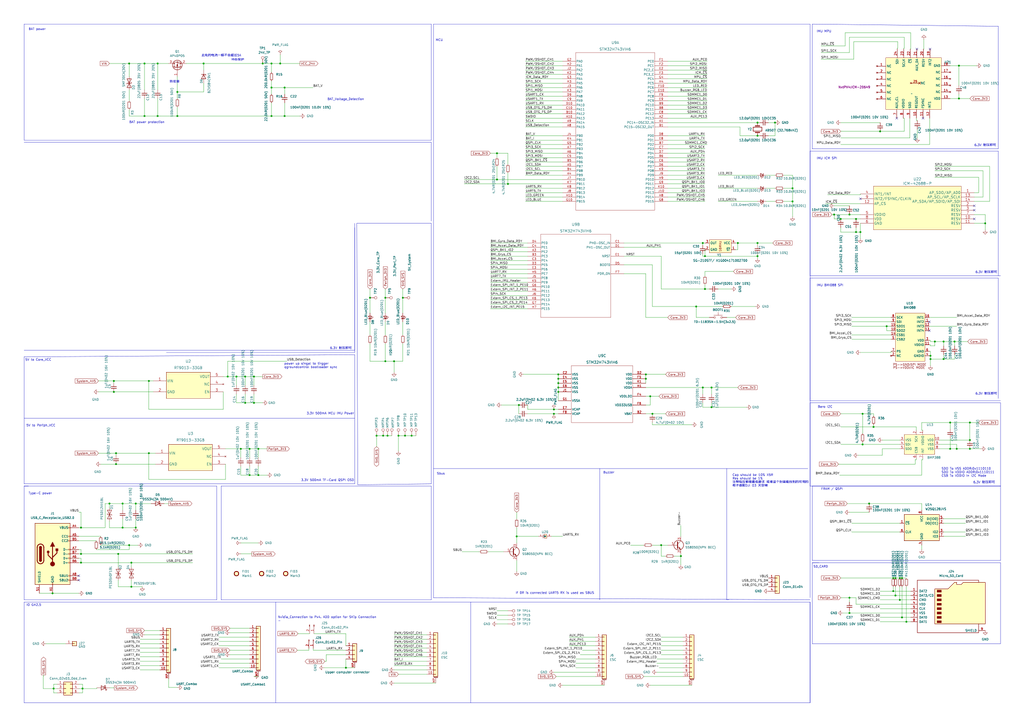
<source format=kicad_sch>
(kicad_sch (version 20230121) (generator eeschema)
  (paper "A2")
  (title_block (title "NxtPX4") (date "2023-03-03") (rev "V1.0。1") (company "HKUST Khalil"))
  (junction (at 514.35 189.23))
  (junction (at 500.38 257.81))
  (junction (at 102.87 53.34))
  (junction (at 459.74 116.84))
  (junction (at 449.58 71.12))
  (junction (at 83.82 36.83))
  (junction (at 487.68 127))
  (junction (at 147.32 218.44))
  (junction (at 407.67 140.97))
  (junction (at 234.95 252.73))
  (junction (at 510.54 76.2))
  (junction (at 504.19 292.1))
  (junction (at 547.37 198.12))
  (junction (at 496.57 134.62))
  (junction (at 214.63 172.72))
  (junction (at 321.31 237.49))
  (junction (at 102.87 67.31))
  (junction (at 222.25 252.73))
  (junction (at 439.42 78.74))
  (junction (at 378.46 240.03))
  (junction (at 288.29 88.9))
  (junction (at 518.16 342.9))
  (junction (at 521.97 335.28))
  (junction (at 162.56 36.83))
  (junction (at 46.99 306.07))
  (junction (at 523.24 335.28))
  (junction (at 31.115 399.415))
  (junction (at 519.43 335.28))
  (junction (at 554.99 260.35))
  (junction (at 459.74 109.22))
  (junction (at 228.6 209.55))
  (junction (at 556.26 38.1))
  (junction (at 323.85 222.25))
  (junction (at 91.44 36.83))
  (junction (at 408.94 167.64))
  (junction (at 218.44 252.73))
  (junction (at 147.32 233.68))
  (junction (at 165.1 67.31))
  (junction (at 137.16 218.44))
  (junction (at 144.78 275.59))
  (junction (at 78.74 306.07))
  (junction (at 66.04 227.33))
  (junction (at 407.67 224.79))
  (junction (at 83.82 67.31))
  (junction (at 71.12 306.07))
  (junction (at 321.31 240.03))
  (junction (at 86.36 220.98))
  (junction (at 238.76 252.73))
  (junction (at 499.11 134.62))
  (junction (at 408.94 148.59))
  (junction (at 500.38 240.03))
  (junction (at 403.86 177.8))
  (junction (at 492.76 355.6))
  (junction (at 132.08 218.44))
  (junction (at 224.79 252.73))
  (junction (at 118.11 36.83))
  (junction (at 67.31 262.89))
  (junction (at 78.74 292.1))
  (junction (at 46.99 326.39))
  (junction (at 323.85 224.79))
  (junction (at 571.5 129.54))
  (junction (at 149.86 260.35))
  (junction (at 562.61 245.11))
  (junction (at 86.36 262.89))
  (junction (at 233.68 172.72))
  (junction (at 71.12 292.1))
  (junction (at 412.75 236.22))
  (junction (at 492.76 346.71))
  (junction (at 30.48 344.17))
  (junction (at 223.52 172.72))
  (junction (at 76.2 326.39))
  (junction (at 496.57 127))
  (junction (at 556.26 57.15))
  (junction (at 519.43 345.44))
  (junction (at 200.66 387.35))
  (junction (at 525.78 360.68))
  (junction (at 521.97 347.98))
  (junction (at 149.86 275.59))
  (junction (at 562.61 260.35))
  (junction (at 374.65 217.17))
  (junction (at 539.75 208.28))
  (junction (at 231.14 252.73))
  (junction (at 142.24 218.44))
  (junction (at 74.93 316.23))
  (junction (at 483.87 124.46))
  (junction (at 294.64 106.68))
  (junction (at 323.85 217.17))
  (junction (at 394.97 322.58))
  (junction (at 46.99 321.31))
  (junction (at 165.1 50.8))
  (junction (at 142.24 233.68))
  (junction (at 506.73 247.65))
  (junction (at 323.85 219.71))
  (junction (at 67.31 269.24))
  (junction (at 47.879 399.415))
  (junction (at 139.7 260.35))
  (junction (at 553.72 198.12))
  (junction (at 551.18 260.35))
  (junction (at 562.61 255.27))
  (junction (at 157.48 67.31))
  (junction (at 323.85 227.33))
  (junction (at 539.75 206.375))
  (junction (at 91.44 67.31))
  (junction (at 76.2 340.36))
  (junction (at 157.48 50.8))
  (junction (at 518.16 335.28))
  (junction (at 223.52 209.55))
  (junction (at 377.19 229.87))
  (junction (at 383.54 316.23))
  (junction (at 542.29 198.12))
  (junction (at 299.72 311.15))
  (junction (at 144.78 260.35))
  (junction (at 427.99 140.97))
  (junction (at 439.42 148.59))
  (junction (at 157.48 36.83))
  (junction (at 439.42 140.97))
  (junction (at 547.37 208.28))
  (junction (at 300.99 234.95))
  (junction (at 152.4 36.83))
  (junction (at 68.58 321.31))
  (junction (at 74.93 36.83))
  (junction (at 374.65 219.71))
  (junction (at 288.29 104.14))
  (junction (at 523.24 358.14))
  (junction (at 66.04 220.98))
  (junction (at 63.5 292.1))
  (junction (at 551.18 245.11))
  (junction (at 412.75 224.79))
  (junction (at 492.76 124.46))
  (junction (at 439.42 71.12))
  (no_connect (at 565.15 127))
  (no_connect (at 565.15 119.38))
  (no_connect (at 520.192 68.58))
  (no_connect (at 499.11 115.316))
  (no_connect (at 539.115 186.69))
  (no_connect (at 539.115 191.77))
  (no_connect (at 531.876 28.448))
  (no_connect (at 539.496 28.448))
  (no_connect (at 45.72 336.55))
  (no_connect (at 45.72 334.01))
  (no_connect (at 565.15 121.92))
  (no_connect (at 535.432 68.58))
  (wire (pts (xy 542.29 99.06) (xy 570.23 99.06)))
  (wire (pts (xy 66.04 227.33) (xy 88.9 227.33)))
  (wire (pts (xy 162.56 31.75) (xy 162.56 36.83)))
  (wire (pts (xy 542.29 198.12) (xy 547.37 198.12)))
  (wire (pts (xy 238.76 252.73) (xy 241.3 252.73)))
  (wire (pts (xy 521.97 308.61) (xy 494.03 308.61)))
  (wire (pts (xy 228.6 375.92) (xy 247.65 375.92)))
  (wire (pts (xy 412.75 236.22) (xy 407.67 236.22)))
  (wire (pts (xy 71.12 292.1) (xy 78.74 292.1)))
  (polyline (pts (xy 469.9 232.41) (xy 580.39 232.41)))
  (wire (pts (xy 374.65 219.71) (xy 374.65 222.25)))
  (polyline (pts (xy 469.9 87.63) (xy 579.12 87.63)))
  (polyline (pts (xy 579.12 231.14) (xy 579.12 161.29)))
  (wire (pts (xy 165.1 50.8) (xy 165.1 54.61)))
  (polyline (pts (xy 128.27 281.94) (xy 128.27 347.98)))
  (wire (pts (xy 383.54 379.73) (xy 396.24 379.73)))
  (wire (pts (xy 334.01 384.81) (xy 345.44 384.81)))
  (wire (pts (xy 224.79 252.73) (xy 227.33 252.73)))
  (wire (pts (xy 524.51 21.59) (xy 524.51 27.94)))
  (wire (pts (xy 288.29 96.52) (xy 288.29 104.14)))
  (wire (pts (xy 496.57 134.62) (xy 499.11 134.62)))
  (polyline (pts (xy 205.74 203.2) (xy 13.97 203.2)))
  (wire (pts (xy 45.72 318.77) (xy 46.99 318.77)))
  (wire (pts (xy 539.75 200.025) (xy 539.75 200.66)))
  (polyline (pts (xy 471.17 326.39) (xy 474.98 326.39)))
  (wire (pts (xy 127 384.81) (xy 144.78 384.81)))
  (wire (pts (xy 553.72 205.74) (xy 553.72 208.28)))
  (wire (pts (xy 554.99 260.35) (xy 551.18 260.35)))
  (wire (pts (xy 412.75 224.79) (xy 427.99 224.79)))
  (wire (pts (xy 326.39 88.9) (xy 304.8 88.9)))
  (wire (pts (xy 300.99 234.95) (xy 300.99 240.03)))
  (polyline (pts (xy 469.9 349.25) (xy 469.9 407.67)))
  (wire (pts (xy 499.11 113.03) (xy 480.06 113.03)))
  (wire (pts (xy 519.43 340.36) (xy 519.43 345.44)))
  (wire (pts (xy 149.86 265.43) (xy 149.86 260.35)))
  (wire (pts (xy 326.39 66.04) (xy 304.8 66.04)))
  (wire (pts (xy 506.73 246.38) (xy 506.73 247.65)))
  (wire (pts (xy 547.37 303.53) (xy 560.07 303.53)))
  (polyline (pts (xy 421.64 347.98) (xy 422.91 347.98)))
  (wire (pts (xy 520.7 27.94) (xy 520.446 27.94)))
  (wire (pts (xy 68.58 321.31) (xy 111.76 321.31)))
  (wire (pts (xy 218.44 259.08) (xy 218.44 252.73)))
  (wire (pts (xy 139.7 265.43) (xy 139.7 260.35)))
  (wire (pts (xy 234.95 252.73) (xy 238.76 252.73)))
  (wire (pts (xy 482.6 124.46) (xy 483.87 124.46)))
  (polyline (pts (xy 160.02 349.25) (xy 160.02 407.67)))
  (wire (pts (xy 152.4 36.83) (xy 157.48 36.83)))
  (wire (pts (xy 487.68 257.81) (xy 500.38 257.81)))
  (wire (pts (xy 223.52 199.39) (xy 223.52 209.55)))
  (wire (pts (xy 539.75 206.375) (xy 539.75 208.28)))
  (wire (pts (xy 83.82 365.76) (xy 92.71 365.76)))
  (wire (pts (xy 81.28 383.54) (xy 92.71 383.54)))
  (wire (pts (xy 510.54 345.44) (xy 519.43 345.44)))
  (wire (pts (xy 492.76 355.6) (xy 528.32 355.6)))
  (wire (pts (xy 321.31 389.89) (xy 345.44 389.89)))
  (wire (pts (xy 518.16 342.9) (xy 528.32 342.9)))
  (wire (pts (xy 102.87 44.45) (xy 102.87 53.34)))
  (wire (pts (xy 222.25 252.73) (xy 224.79 252.73)))
  (wire (pts (xy 139.7 260.35) (xy 144.78 260.35)))
  (wire (pts (xy 445.77 71.12) (xy 449.58 71.12)))
  (wire (pts (xy 81.28 373.38) (xy 92.71 373.38)))
  (wire (pts (xy 408.94 104.14) (xy 387.35 104.14)))
  (wire (pts (xy 439.42 71.12) (xy 440.69 71.12)))
  (polyline (pts (xy 469.9 233.68) (xy 580.39 233.68)))
  (wire (pts (xy 534.67 245.11) (xy 551.18 245.11)))
  (polyline (pts (xy 471.17 13.97) (xy 579.12 15.24)))
  (wire (pts (xy 534.67 316.23) (xy 534.67 318.77)))
  (wire (pts (xy 439.42 147.32) (xy 439.42 148.59)))
  (wire (pts (xy 86.36 262.89) (xy 90.17 262.89)))
  (wire (pts (xy 45.72 313.69) (xy 55.88 313.69)))
  (wire (pts (xy 553.72 198.12) (xy 561.34 198.12)))
  (wire (pts (xy 147.32 233.68) (xy 152.4 233.68)))
  (wire (pts (xy 330.2 372.11) (xy 345.44 372.11)))
  (wire (pts (xy 288.29 88.9) (xy 284.48 88.9)))
  (polyline (pts (xy 205.74 204.47) (xy 205.74 132.08)))
  (wire (pts (xy 25.019 399.415) (xy 31.115 399.415)))
  (wire (pts (xy 149.86 392.43) (xy 147.32 392.43)))
  (wire (pts (xy 63.5 302.26) (xy 63.5 306.07)))
  (polyline (pts (xy 125.73 281.94) (xy 125.73 347.98)))
  (polyline (pts (xy 250.19 347.98) (xy 128.27 347.98)))
  (wire (pts (xy 326.39 99.06) (xy 304.8 99.06)))
  (wire (pts (xy 374.65 240.03) (xy 378.46 240.03)))
  (wire (pts (xy 81.28 375.92) (xy 92.71 375.92)))
  (polyline (pts (xy 471.17 86.36) (xy 579.12 86.36)))
  (wire (pts (xy 444.5 109.22) (xy 449.58 109.22)))
  (wire (pts (xy 228.6 373.38) (xy 247.65 373.38)))
  (wire (pts (xy 299.72 311.15) (xy 312.42 311.15)))
  (wire (pts (xy 444.5 101.6) (xy 449.58 101.6)))
  (wire (pts (xy 47.879 396.875) (xy 47.879 399.415)))
  (wire (pts (xy 539.242 68.58) (xy 539.242 83.82)))
  (wire (pts (xy 304.8 114.3) (xy 326.39 114.3)))
  (wire (pts (xy 288.29 356.87) (xy 294.64 356.87)))
  (wire (pts (xy 142.24 218.44) (xy 147.32 218.44)))
  (wire (pts (xy 326.39 91.44) (xy 304.8 91.44)))
  (wire (pts (xy 326.39 55.88) (xy 304.8 55.88)))
  (polyline (pts (xy 250.19 82.55) (xy 250.19 128.27)))
  (wire (pts (xy 544.83 257.81) (xy 554.99 257.81)))
  (wire (pts (xy 165.1 67.31) (xy 173.99 67.31)))
  (wire (pts (xy 45.847 401.955) (xy 47.879 401.955)))
  (wire (pts (xy 86.36 220.98) (xy 88.9 220.98)))
  (wire (pts (xy 118.11 36.83) (xy 152.4 36.83)))
  (wire (pts (xy 299.72 311.15) (xy 299.72 314.96)))
  (wire (pts (xy 383.54 377.19) (xy 396.24 377.19)))
  (polyline (pts (xy 469.9 407.67) (xy 13.97 407.67)))
  (wire (pts (xy 408.94 111.76) (xy 387.35 111.76)))
  (wire (pts (xy 81.28 388.62) (xy 92.71 388.62)))
  (wire (pts (xy 144.78 260.35) (xy 149.86 260.35)))
  (wire (pts (xy 496.57 134.62) (xy 496.57 132.08)))
  (wire (pts (xy 408.94 93.98) (xy 387.35 93.98)))
  (wire (pts (xy 326.39 81.28) (xy 304.8 81.28)))
  (wire (pts (xy 416.56 167.64) (xy 424.18 167.64)))
  (wire (pts (xy 490.22 19.05) (xy 490.22 26.67)))
  (wire (pts (xy 439.42 142.24) (xy 439.42 140.97)))
  (wire (pts (xy 149.86 275.59) (xy 154.94 275.59)))
  (wire (pts (xy 387.35 38.1) (xy 410.21 38.1)))
  (polyline (pts (xy 15.24 82.55) (xy 250.19 82.55)))
  (wire (pts (xy 321.31 240.03) (xy 323.85 240.03)))
  (wire (pts (xy 539.75 198.12) (xy 542.29 198.12)))
  (wire (pts (xy 539.115 197.485) (xy 539.75 197.485)))
  (wire (pts (xy 63.5 306.07) (xy 71.12 306.07)))
  (wire (pts (xy 524.51 68.58) (xy 524.002 68.58)))
  (wire (pts (xy 383.54 372.11) (xy 396.24 372.11)))
  (wire (pts (xy 290.83 234.95) (xy 300.99 234.95)))
  (wire (pts (xy 408.94 114.3) (xy 387.35 114.3)))
  (wire (pts (xy 74.93 36.83) (xy 74.93 44.45)))
  (wire (pts (xy 381 389.89) (xy 396.24 389.89)))
  (wire (pts (xy 527.812 68.58) (xy 527.812 80.01)))
  (wire (pts (xy 416.56 109.22) (xy 439.42 109.22)))
  (wire (pts (xy 492.76 354.33) (xy 492.76 355.6)))
  (wire (pts (xy 172.847 367.538) (xy 179.578 367.538)))
  (wire (pts (xy 547.37 198.12) (xy 547.37 200.66)))
  (wire (pts (xy 374.65 224.79) (xy 407.67 224.79)))
  (wire (pts (xy 323.85 219.71) (xy 323.85 222.25)))
  (wire (pts (xy 490.22 26.67) (xy 476.25 26.67)))
  (wire (pts (xy 321.31 237.49) (xy 323.85 237.49)))
  (wire (pts (xy 284.48 173.99) (xy 306.07 173.99)))
  (wire (pts (xy 556.26 54.61) (xy 556.26 57.15)))
  (wire (pts (xy 284.48 179.07) (xy 306.07 179.07)))
  (wire (pts (xy 444.5 116.84) (xy 449.58 116.84)))
  (wire (pts (xy 129.54 218.44) (xy 132.08 218.44)))
  (wire (pts (xy 361.95 153.67) (xy 378.46 153.67)))
  (wire (pts (xy 326.39 109.22) (xy 304.8 109.22)))
  (wire (pts (xy 214.63 186.69) (xy 214.63 194.31)))
  (wire (pts (xy 542.29 96.52) (xy 574.04 96.52)))
  (wire (pts (xy 374.65 217.17) (xy 386.08 217.17)))
  (wire (pts (xy 570.23 114.3) (xy 570.23 99.06)))
  (wire (pts (xy 565.15 111.76) (xy 567.69 111.76)))
  (wire (pts (xy 361.95 143.51) (xy 383.54 143.51)))
  (wire (pts (xy 288.29 359.41) (xy 294.64 359.41)))
  (wire (pts (xy 516.89 203.835) (xy 516.89 204.47)))
  (wire (pts (xy 142.24 223.52) (xy 142.24 218.44)))
  (wire (pts (xy 74.93 316.23) (xy 80.01 316.23)))
  (wire (pts (xy 551.18 248.92) (xy 551.18 245.11)))
  (wire (pts (xy 525.78 360.68) (xy 528.32 360.68)))
  (wire (pts (xy 495.3 24.13) (xy 495.3 34.29)))
  (wire (pts (xy 535.94 28.448) (xy 535.686 28.448)))
  (wire (pts (xy 132.08 209.55) (xy 132.08 218.44)))
  (wire (pts (xy 565.15 124.46) (xy 571.5 124.46)))
  (wire (pts (xy 387.35 48.26) (xy 410.21 48.26)))
  (wire (pts (xy 510.54 360.68) (xy 525.78 360.68)))
  (wire (pts (xy 521.97 347.98) (xy 528.32 347.98)))
  (wire (pts (xy 284.48 146.05) (xy 306.07 146.05)))
  (polyline (pts (xy 469.9 162.56) (xy 469.9 231.14)))
  (wire (pts (xy 137.16 218.44) (xy 142.24 218.44)))
  (wire (pts (xy 326.39 53.34) (xy 304.8 53.34)))
  (wire (pts (xy 133.35 377.19) (xy 144.78 377.19)))
  (wire (pts (xy 483.87 124.46) (xy 492.76 124.46)))
  (wire (pts (xy 56.134 399.415) (xy 56.134 399.034)))
  (wire (pts (xy 387.35 96.52) (xy 408.94 96.52)))
  (wire (pts (xy 71.12 292.1) (xy 71.12 295.91)))
  (wire (pts (xy 284.48 148.59) (xy 306.07 148.59)))
  (wire (pts (xy 421.64 184.15) (xy 426.72 184.15)))
  (wire (pts (xy 149.86 260.35) (xy 154.94 260.35)))
  (wire (pts (xy 45.72 323.85) (xy 46.99 323.85)))
  (wire (pts (xy 523.24 358.14) (xy 528.32 358.14)))
  (polyline (pts (xy 251.46 271.78) (xy 468.63 271.78)))
  (wire (pts (xy 67.31 262.89) (xy 67.31 264.16)))
  (wire (pts (xy 519.43 335.28) (xy 521.97 335.28)))
  (wire (pts (xy 30.48 344.17) (xy 45.72 344.17)))
  (wire (pts (xy 534.67 266.7) (xy 534.67 275.59)))
  (polyline (pts (xy 125.73 347.98) (xy 13.97 347.98)))
  (wire (pts (xy 306.07 240.03) (xy 321.31 240.03)))
  (wire (pts (xy 532.13 74.93) (xy 532.13 80.01)))
  (wire (pts (xy 542.29 200.66) (xy 542.29 198.12)))
  (polyline (pts (xy 469.9 231.14) (xy 469.9 232.41)))
  (wire (pts (xy 102.87 53.34) (xy 102.87 57.15)))
  (wire (pts (xy 76.2 326.39) (xy 111.76 326.39)))
  (wire (pts (xy 539.75 203.835) (xy 539.75 206.375)))
  (wire (pts (xy 228.6 381) (xy 247.65 381)))
  (wire (pts (xy 500.38 240.03) (xy 506.73 240.03)))
  (wire (pts (xy 137.16 233.68) (xy 142.24 233.68)))
  (wire (pts (xy 71.12 300.99) (xy 71.12 306.07)))
  (wire (pts (xy 381 384.81) (xy 396.24 384.81)))
  (wire (pts (xy 157.48 67.31) (xy 165.1 67.31)))
  (wire (pts (xy 45.847 396.875) (xy 47.879 396.875)))
  (wire (pts (xy 326.39 68.58) (xy 304.8 68.58)))
  (wire (pts (xy 86.36 220.98) (xy 86.36 237.49)))
  (wire (pts (xy 107.95 36.83) (xy 118.11 36.83)))
  (polyline (pts (xy 471.17 326.39) (xy 580.39 326.39)))
  (wire (pts (xy 132.08 209.55) (xy 166.37 209.55)))
  (wire (pts (xy 86.36 237.49) (xy 129.54 237.49)))
  (wire (pts (xy 487.68 80.01) (xy 527.812 80.01)))
  (wire (pts (xy 383.54 148.59) (xy 361.95 148.59)))
  (polyline (pts (xy 13.97 242.57) (xy 205.74 242.57)))
  (wire (pts (xy 68.58 336.55) (xy 68.58 340.36)))
  (wire (pts (xy 411.48 184.15) (xy 403.86 184.15)))
  (wire (pts (xy 382.27 387.35) (xy 396.24 387.35)))
  (wire (pts (xy 387.35 66.04) (xy 410.21 66.04)))
  (wire (pts (xy 33.147 401.955) (xy 31.115 401.955)))
  (polyline (pts (xy 469.9 346.71) (xy 469.9 13.97)))
  (wire (pts (xy 547.37 311.15) (xy 560.07 311.15)))
  (polyline (pts (xy 205.74 280.67) (xy 13.97 280.67)))
  (wire (pts (xy 377.19 397.51) (xy 401.32 397.51)))
  (polyline (pts (xy 580.39 281.94) (xy 469.9 281.94)))
  (wire (pts (xy 231.14 252.73) (xy 234.95 252.73)))
  (wire (pts (xy 454.66 101.6) (xy 459.74 101.6)))
  (wire (pts (xy 361.95 158.75) (xy 374.65 158.75)))
  (wire (pts (xy 383.54 374.65) (xy 396.24 374.65)))
  (wire (pts (xy 66.04 220.98) (xy 86.36 220.98)))
  (wire (pts (xy 149.86 275.59) (xy 149.86 270.51)))
  (wire (pts (xy 510.54 342.9) (xy 518.16 342.9)))
  (wire (pts (xy 387.35 60.96) (xy 410.21 60.96)))
  (wire (pts (xy 233.68 199.39) (xy 233.68 209.55)))
  (wire (pts (xy 411.48 167.64) (xy 408.94 167.64)))
  (wire (pts (xy 510.54 358.14) (xy 523.24 358.14)))
  (wire (pts (xy 408.94 99.06) (xy 387.35 99.06)))
  (wire (pts (xy 518.16 335.28) (xy 487.68 335.28)))
  (wire (pts (xy 86.36 278.13) (xy 130.81 278.13)))
  (wire (pts (xy 284.48 161.29) (xy 306.07 161.29)))
  (wire (pts (xy 492.76 21.59) (xy 524.51 21.59)))
  (wire (pts (xy 571.5 129.54) (xy 571.5 133.35)))
  (wire (pts (xy 500.38 240.03) (xy 500.38 251.46)))
  (polyline (pts (xy 347.98 271.78) (xy 347.98 347.98)))
  (wire (pts (xy 294.64 106.68) (xy 269.24 106.68)))
  (wire (pts (xy 373.38 392.43) (xy 396.24 392.43)))
  (wire (pts (xy 46.99 321.31) (xy 68.58 321.31)))
  (wire (pts (xy 294.64 106.68) (xy 326.39 106.68)))
  (wire (pts (xy 511.81 255.27) (xy 521.97 255.27)))
  (polyline (pts (xy 469.9 349.25) (xy 469.9 407.67)))
  (wire (pts (xy 535.305 266.7) (xy 535.305 266.065)))
  (wire (pts (xy 476.25 34.29) (xy 495.3 34.29)))
  (wire (pts (xy 412.75 236.22) (xy 433.07 236.22)))
  (wire (pts (xy 521.97 335.28) (xy 523.24 335.28)))
  (wire (pts (xy 228.6 388.62) (xy 247.65 388.62)))
  (polyline (pts (xy 421.64 271.78) (xy 421.64 347.98)))
  (wire (pts (xy 128.27 382.27) (xy 144.78 382.27)))
  (polyline (pts (xy 207.518 281.178) (xy 207.01 129.54)))
  (wire (pts (xy 565.15 114.3) (xy 570.23 114.3)))
  (wire (pts (xy 547.37 208.28) (xy 553.72 208.28)))
  (wire (pts (xy 233.68 181.61) (xy 233.68 172.72)))
  (wire (pts (xy 95.25 292.1) (xy 97.79 292.1)))
  (wire (pts (xy 378.46 245.11) (xy 378.46 246.38)))
  (wire (pts (xy 57.15 262.89) (xy 67.31 262.89)))
  (wire (pts (xy 539.75 208.28) (xy 547.37 208.28)))
  (polyline (pts (xy 469.9 162.56) (xy 469.9 161.29)))
  (wire (pts (xy 288.29 88.9) (xy 288.29 91.44)))
  (wire (pts (xy 378.46 240.03) (xy 386.08 240.03)))
  (wire (pts (xy 381 382.27) (xy 396.24 382.27)))
  (wire (pts (xy 74.93 316.23) (xy 74.93 318.77)))
  (wire (pts (xy 553.72 198.12) (xy 553.72 200.66)))
  (wire (pts (xy 492.76 297.18) (xy 504.19 297.18)))
  (wire (pts (xy 377.19 234.95) (xy 374.65 234.95)))
  (wire (pts (xy 228.6 378.46) (xy 247.65 378.46)))
  (wire (pts (xy 284.48 156.21) (xy 306.07 156.21)))
  (wire (pts (xy 496.57 346.71) (xy 496.57 350.52)))
  (wire (pts (xy 326.39 78.74) (xy 304.8 78.74)))
  (wire (pts (xy 494.03 186.69) (xy 516.89 186.69)))
  (wire (pts (xy 496.57 127) (xy 499.11 127)))
  (wire (pts (xy 551.18 38.1) (xy 556.26 38.1)))
  (wire (pts (xy 514.35 191.77) (xy 516.89 191.77)))
  (wire (pts (xy 556.26 38.1) (xy 566.42 38.1)))
  (wire (pts (xy 228.6 209.55) (xy 233.68 209.55)))
  (wire (pts (xy 524.256 27.94) (xy 524.256 28.448)))
  (wire (pts (xy 429.26 78.74) (xy 429.26 73.66)))
  (polyline (pts (xy 13.97 207.01) (xy 13.97 280.67)))
  (wire (pts (xy 284.48 151.13) (xy 306.07 151.13)))
  (wire (pts (xy 519.43 345.44) (xy 528.32 345.44)))
  (wire (pts (xy 511.81 260.35) (xy 521.97 260.35)))
  (wire (pts (xy 487.68 247.65) (xy 506.73 247.65)))
  (wire (pts (xy 31.115 401.955) (xy 31.115 399.415)))
  (polyline (pts (xy 471.17 161.29) (xy 579.12 161.29)))
  (wire (pts (xy 165.1 50.8) (xy 181.61 50.8)))
  (wire (pts (xy 81.28 381) (xy 92.71 381)))
  (wire (pts (xy 459.74 109.22) (xy 459.74 116.84)))
  (wire (pts (xy 383.54 167.64) (xy 408.94 167.64)))
  (wire (pts (xy 454.66 116.84) (xy 459.74 116.84)))
  (wire (pts (xy 427.99 140.97) (xy 426.72 140.97)))
  (wire (pts (xy 387.35 73.66) (xy 429.26 73.66)))
  (polyline (pts (xy 471.17 13.97) (xy 471.17 86.36)))
  (wire (pts (xy 60.96 292.1) (xy 63.5 292.1)))
  (polyline (pts (xy 580.39 233.68) (xy 580.39 281.94)))
  (wire (pts (xy 425.45 157.48) (xy 408.94 157.48)))
  (wire (pts (xy 58.42 269.24) (xy 67.31 269.24)))
  (wire (pts (xy 410.21 50.8) (xy 387.35 50.8)))
  (polyline (pts (xy 96.52 204.47) (xy 205.74 204.47)))
  (wire (pts (xy 487.68 346.71) (xy 492.76 346.71)))
  (wire (pts (xy 323.85 217.17) (xy 303.53 217.17)))
  (wire (pts (xy 408.94 106.68) (xy 387.35 106.68)))
  (wire (pts (xy 189.23 383.667) (xy 189.23 379.73)))
  (wire (pts (xy 86.36 262.89) (xy 86.36 278.13)))
  (wire (pts (xy 387.35 88.9) (xy 408.94 88.9)))
  (wire (pts (xy 412.75 224.79) (xy 407.67 224.79)))
  (wire (pts (xy 91.44 36.83) (xy 97.79 36.83)))
  (polyline (pts (xy 471.17 281.94) (xy 580.39 281.94)))
  (wire (pts (xy 448.31 140.97) (xy 439.42 140.97)))
  (wire (pts (xy 189.23 379.73) (xy 200.66 379.73)))
  (wire (pts (xy 487.68 71.12) (xy 510.54 71.12)))
  (wire (pts (xy 383.54 316.23) (xy 383.54 322.58)))
  (wire (pts (xy 130.81 260.35) (xy 139.7 260.35)))
  (wire (pts (xy 139.7 314.96) (xy 149.86 314.96)))
  (wire (pts (xy 294.64 95.25) (xy 294.64 88.9)))
  (wire (pts (xy 91.44 57.15) (xy 91.44 67.31)))
  (wire (pts (xy 57.15 227.33) (xy 66.04 227.33)))
  (wire (pts (xy 83.82 57.15) (xy 83.82 67.31)))
  (wire (pts (xy 539.115 203.835) (xy 539.75 203.835)))
  (wire (pts (xy 524.51 27.94) (xy 524.256 27.94)))
  (polyline (pts (xy 13.97 281.94) (xy 125.73 281.94)))
  (wire (pts (xy 387.35 58.42) (xy 410.21 58.42)))
  (wire (pts (xy 499.11 112.522) (xy 499.11 113.03)))
  (wire (pts (xy 459.74 116.84) (xy 459.74 125.73)))
  (wire (pts (xy 539.75 200.66) (xy 542.29 200.66)))
  (wire (pts (xy 407.67 236.22) (xy 407.67 233.68)))
  (wire (pts (xy 551.18 245.11) (xy 562.61 245.11)))
  (wire (pts (xy 419.1 177.8) (xy 403.86 177.8)))
  (wire (pts (xy 408.94 140.97) (xy 407.67 140.97)))
  (wire (pts (xy 556.26 57.15) (xy 562.61 57.15)))
  (wire (pts (xy 162.56 36.83) (xy 173.99 36.83)))
  (polyline (pts (xy 273.05 349.25) (xy 273.05 407.67)))
  (wire (pts (xy 361.95 140.97) (xy 407.67 140.97)))
  (polyline (pts (xy 13.97 347.98) (xy 13.97 281.94)))
  (wire (pts (xy 487.68 127) (xy 496.57 127)))
  (wire (pts (xy 223.52 172.72) (xy 223.52 167.64)))
  (wire (pts (xy 542.29 102.87) (xy 567.69 102.87)))
  (wire (pts (xy 539.115 189.23) (xy 554.99 189.23)))
  (wire (pts (xy 228.6 396.24) (xy 252.73 396.24)))
  (wire (pts (xy 408.94 78.74) (xy 387.35 78.74)))
  (wire (pts (xy 228.6 386.08) (xy 247.65 386.08)))
  (polyline (pts (xy 471.17 373.38) (xy 471.17 326.39)))
  (wire (pts (xy 403.86 184.15) (xy 403.86 177.8)))
  (wire (pts (xy 551.18 254) (xy 551.18 260.35)))
  (wire (pts (xy 547.37 198.12) (xy 553.72 198.12)))
  (wire (pts (xy 25.019 392.176) (xy 25.019 399.415)))
  (wire (pts (xy 83.82 36.83) (xy 91.44 36.83)))
  (wire (pts (xy 322.58 392.43) (xy 345.44 392.43)))
  (wire (pts (xy 491.49 292.1) (xy 504.19 292.1)))
  (wire (pts (xy 66.04 220.98) (xy 66.04 222.25)))
  (wire (pts (xy 31.115 399.415) (xy 33.147 399.415)))
  (wire (pts (xy 326.39 38.1) (xy 304.8 38.1)))
  (wire (pts (xy 539.115 206.375) (xy 539.75 206.375)))
  (wire (pts (xy 531.622 68.58) (xy 531.622 69.85)))
  (wire (pts (xy 47.879 401.955) (xy 47.879 399.415)))
  (wire (pts (xy 408.94 144.78) (xy 408.94 148.59)))
  (wire (pts (xy 58.42 316.23) (xy 74.93 316.23)))
  (wire (pts (xy 83.82 36.83) (xy 83.82 52.07)))
  (wire (pts (xy 228.6 368.3) (xy 247.65 368.3)))
  (wire (pts (xy 408.94 148.59) (xy 407.67 148.59)))
  (wire (pts (xy 102.87 67.31) (xy 91.44 67.31)))
  (wire (pts (xy 494.03 196.85) (xy 516.89 196.85)))
  (wire (pts (xy 504.19 292.1) (xy 534.67 292.1)))
  (wire (pts (xy 556.26 38.1) (xy 556.26 49.53)))
  (wire (pts (xy 46.99 306.07) (xy 46.99 297.18)))
  (polyline (pts (xy 13.97 349.25) (xy 469.9 349.25)))
  (wire (pts (xy 499.11 129.54) (xy 499.11 134.62)))
  (wire (pts (xy 283.21 320.04) (xy 292.1 320.04)))
  (wire (pts (xy 81.28 370.84) (xy 92.71 370.84)))
  (wire (pts (xy 412.75 236.22) (xy 412.75 233.68)))
  (wire (pts (xy 165.1 59.69) (xy 165.1 67.31)))
  (wire (pts (xy 144.78 275.59) (xy 149.86 275.59)))
  (wire (pts (xy 551.18 57.15) (xy 556.26 57.15)))
  (wire (pts (xy 218.44 252.73) (xy 222.25 252.73)))
  (wire (pts (xy 565.15 129.54) (xy 571.5 129.54)))
  (wire (pts (xy 74.93 63.5) (xy 74.93 67.31)))
  (wire (pts (xy 127 372.11) (xy 144.78 372.11)))
  (wire (pts (xy 499.11 134.62) (xy 499.11 138.43)))
  (wire (pts (xy 147.32 218.44) (xy 152.4 218.44)))
  (wire (pts (xy 45.72 321.31) (xy 46.99 321.31)))
  (wire (pts (xy 408.94 81.28) (xy 387.35 81.28)))
  (wire (pts (xy 326.39 86.36) (xy 304.8 86.36)))
  (wire (pts (xy 374.65 217.17) (xy 374.65 219.71)))
  (wire (pts (xy 500.38 257.81) (xy 521.97 257.81)))
  (wire (pts (xy 562.61 245.11) (xy 562.61 255.27)))
  (wire (pts (xy 516.89 184.15) (xy 494.03 184.15)))
  (wire (pts (xy 394.97 304.8) (xy 394.97 311.15)))
  (wire (pts (xy 531.495 247.65) (xy 506.73 247.65)))
  (wire (pts (xy 47.879 399.415) (xy 56.134 399.415)))
  (wire (pts (xy 74.93 52.07) (xy 74.93 58.42)))
  (wire (pts (xy 319.8876 311.15) (xy 326.39 311.15)))
  (wire (pts (xy 488.95 355.6) (xy 492.76 355.6)))
  (wire (pts (xy 387.35 53.34) (xy 410.21 53.34)))
  (wire (pts (xy 494.03 303.53) (xy 521.97 303.53)))
  (wire (pts (xy 492.76 346.71) (xy 496.57 346.71)))
  (polyline (pts (xy 13.97 13.97) (xy 250.19 13.97)))
  (wire (pts (xy 407.67 148.59) (xy 407.67 147.32)))
  (wire (pts (xy 139.7 270.51) (xy 139.7 275.59)))
  (wire (pts (xy 383.54 316.23) (xy 387.35 316.23)))
  (wire (pts (xy 374.65 158.75) (xy 374.65 184.15)))
  (polyline (pts (xy 250.19 13.97) (xy 250.19 81.28)))
  (wire (pts (xy 487.045 275.59) (xy 534.67 275.59)))
  (wire (pts (xy 182.118 367.538) (xy 200.66 367.538)))
  (wire (pts (xy 492.76 30.48) (xy 492.76 21.59)))
  (wire (pts (xy 326.39 73.66) (xy 304.8 73.66)))
  (wire (pts (xy 534.67 249.555) (xy 535.305 249.555)))
  (wire (pts (xy 330.2 369.57) (xy 345.44 369.57)))
  (wire (pts (xy 288.29 361.95) (xy 294.64 361.95)))
  (wire (pts (xy 511.81 260.35) (xy 511.81 264.16)))
  (wire (pts (xy 387.35 63.5) (xy 410.21 63.5)))
  (wire (pts (xy 187.96 387.35) (xy 200.66 387.35)))
  (wire (pts (xy 133.35 364.49) (xy 144.78 364.49)))
  (wire (pts (xy 494.03 194.31) (xy 516.89 194.31)))
  (wire (pts (xy 299.72 300.99) (xy 299.72 297.18)))
  (wire (pts (xy 565.15 116.84) (xy 574.04 116.84)))
  (wire (pts (xy 378.46 316.23) (xy 383.54 316.23)))
  (wire (pts (xy 214.63 167.64) (xy 214.63 172.72)))
  (wire (pts (xy 530.86 266.7) (xy 531.495 266.7)))
  (wire (pts (xy 31.115 396.875) (xy 31.115 399.415)))
  (wire (pts (xy 267.97 320.04) (xy 278.13 320.04)))
  (wire (pts (xy 181.737 377.19) (xy 200.66 377.19)))
  (wire (pts (xy 387.35 55.88) (xy 410.21 55.88)))
  (wire (pts (xy 76.2 336.55) (xy 76.2 340.36)))
  (wire (pts (xy 374.65 184.15) (xy 387.35 184.15)))
  (polyline (pts (xy 13.97 207.01) (xy 205.74 205.74)))
  (wire (pts (xy 539.115 184.15) (xy 554.99 184.15)))
  (wire (pts (xy 157.48 46.99) (xy 157.48 50.8)))
  (wire (pts (xy 383.54 148.59) (xy 383.54 167.64)))
  (polyline (pts (xy 469.9 161.29) (xy 471.17 161.29)))
  (polyline (pts (xy 580.39 373.38) (xy 471.17 373.38)))
  (wire (pts (xy 133.35 379.73) (xy 144.78 379.73)))
  (wire (pts (xy 326.39 35.56) (xy 304.8 35.56)))
  (wire (pts (xy 531.495 249.555) (xy 531.495 247.65)))
  (wire (pts (xy 520.7 24.13) (xy 495.3 24.13)))
  (wire (pts (xy 46.99 306.07) (xy 60.96 306.07)))
  (wire (pts (xy 284.48 158.75) (xy 306.07 158.75)))
  (wire (pts (xy 518.16 340.36) (xy 518.16 342.9)))
  (wire (pts (xy 497.84 264.16) (xy 511.81 264.16)))
  (wire (pts (xy 521.97 340.36) (xy 521.97 347.98)))
  (wire (pts (xy 133.35 367.03) (xy 144.78 367.03)))
  (wire (pts (xy 144.78 275.59) (xy 144.78 270.51)))
  (wire (pts (xy 247.65 383.54) (xy 228.6 383.54)))
  (wire (pts (xy 483.87 127) (xy 487.68 127)))
  (wire (pts (xy 200.66 387.35) (xy 205.74 387.35)))
  (wire (pts (xy 137.16 228.6) (xy 137.16 233.68)))
  (wire (pts (xy 377.19 229.87) (xy 377.19 234.95)))
  (wire (pts (xy 424.18 177.8) (xy 438.15 177.8)))
  (wire (pts (xy 214.63 172.72) (xy 214.63 181.61)))
  (wire (pts (xy 534.67 245.11) (xy 534.67 249.555)))
  (wire (pts (xy 531.622 69.85) (xy 532.13 69.85)))
  (wire (pts (xy 510.54 353.06) (xy 528.32 353.06)))
  (polyline (pts (xy 469.9 233.68) (xy 469.9 281.94)))
  (wire (pts (xy 528.32 28.448) (xy 528.066 28.448)))
  (wire (pts (xy 326.39 40.64) (xy 304.8 40.64)))
  (wire (pts (xy 63.5 292.1) (xy 71.12 292.1)))
  (wire (pts (xy 326.39 71.12) (xy 304.8 71.12)))
  (wire (pts (xy 223.52 186.69) (xy 223.52 194.31)))
  (wire (pts (xy 67.31 262.89) (xy 86.36 262.89)))
  (wire (pts (xy 500.38 256.54) (xy 500.38 257.81)))
  (wire (pts (xy 130.81 278.13) (xy 130.81 269.24)))
  (wire (pts (xy 445.77 78.74) (xy 449.58 78.74)))
  (wire (pts (xy 304.8 116.84) (xy 326.39 116.84)))
  (wire (pts (xy 407.67 142.24) (xy 407.67 140.97)))
  (wire (pts (xy 284.48 176.53) (xy 306.07 176.53)))
  (wire (pts (xy 247.65 391.16) (xy 231.14 391.16)))
  (wire (pts (xy 294.64 100.33) (xy 294.64 106.68)))
  (wire (pts (xy 71.12 306.07) (xy 78.74 306.07)))
  (wire (pts (xy 233.68 186.69) (xy 233.68 194.31)))
  (wire (pts (xy 214.63 199.39) (xy 214.63 209.55)))
  (wire (pts (xy 200.66 382.27) (xy 200.66 387.35)))
  (polyline (pts (xy 250.19 81.28) (xy 13.97 81.28)))
  (wire (pts (xy 534.67 266.7) (xy 535.305 266.7)))
  (wire (pts (xy 231.14 261.62) (xy 231.14 252.73)))
  (wire (pts (xy 284.48 171.45) (xy 306.07 171.45)))
  (wire (pts (xy 326.39 101.6) (xy 304.8 101.6)))
  (wire (pts (xy 326.39 43.18) (xy 304.8 43.18)))
  (wire (pts (xy 25.273 392.176) (xy 25.019 392.176)))
  (wire (pts (xy 45.72 326.39) (xy 46.99 326.39)))
  (wire (pts (xy 326.39 111.76) (xy 304.8 111.76)))
  (wire (pts (xy 326.39 60.96) (xy 304.8 60.96)))
  (wire (pts (xy 294.64 354.33) (xy 288.29 354.33)))
  (wire (pts (xy 102.87 62.23) (xy 102.87 67.31)))
  (wire (pts (xy 401.32 246.38) (xy 378.46 246.38)))
  (wire (pts (xy 294.64 88.9) (xy 288.29 88.9)))
  (wire (pts (xy 554.99 257.81) (xy 554.99 260.35)))
  (wire (pts (xy 46.99 321.31) (xy 46.99 318.77)))
  (wire (pts (xy 284.48 166.37) (xy 306.07 166.37)))
  (wire (pts (xy 408.94 165.1) (xy 408.94 167.64)))
  (wire (pts (xy 76.2 340.36) (xy 82.55 340.36)))
  (wire (pts (xy 326.39 96.52) (xy 304.8 96.52)))
  (wire (pts (xy 378.46 177.8) (xy 403.86 177.8)))
  (wire (pts (xy 83.82 67.31) (xy 74.93 67.31)))
  (wire (pts (xy 284.48 163.83) (xy 306.07 163.83)))
  (polyline (pts (xy 205.74 129.54) (xy 205.74 203.2)))
  (wire (pts (xy 524.51 76.2) (xy 524.51 68.58)))
  (wire (pts (xy 330.2 374.65) (xy 345.44 374.65)))
  (polyline (pts (xy 251.46 346.71) (xy 469.9 347.98)))
  (wire (pts (xy 45.72 297.18) (xy 46.99 297.18)))
  (wire (pts (xy 78.74 292.1) (xy 87.63 292.1)))
  (wire (pts (xy 408.94 148.59) (xy 439.42 148.59)))
  (wire (pts (xy 494.03 189.23) (xy 514.35 189.23)))
  (wire (pts (xy 76.2 326.39) (xy 76.2 328.93)))
  (wire (pts (xy 63.754 399.034) (xy 66.294 399.034)))
  (wire (pts (xy 142.24 233.68) (xy 142.24 228.6)))
  (polyline (pts (xy 13.97 82.55) (xy 15.24 82.55)))
  (wire (pts (xy 288.29 104.14) (xy 326.39 104.14)))
  (wire (pts (xy 97.79 393.7) (xy 97.79 398.78)))
  (wire (pts (xy 518.16 335.28) (xy 519.43 335.28)))
  (wire (pts (xy 487.68 76.2) (xy 510.54 76.2)))
  (wire (pts (xy 394.97 322.58) (xy 394.97 321.31)))
  (wire (pts (xy 387.35 40.64) (xy 410.21 40.64)))
  (wire (pts (xy 514.35 189.23) (xy 516.89 189.23)))
  (wire (pts (xy 410.21 83.82) (xy 387.35 83.82)))
  (wire (pts (xy 63.5 36.83) (xy 74.93 36.83)))
  (wire (pts (xy 306.07 234.95) (xy 306.07 237.49)))
  (wire (pts (xy 200.66 367.538) (xy 200.66 374.65)))
  (wire (pts (xy 91.44 36.83) (xy 91.44 52.07)))
  (wire (pts (xy 454.66 109.22) (xy 459.74 109.22)))
  (wire (pts (xy 510.54 347.98) (xy 521.97 347.98)))
  (wire (pts (xy 496.57 350.52) (xy 528.32 350.52)))
  (wire (pts (xy 391.16 322.58) (xy 394.97 322.58)))
  (wire (pts (xy 514.35 189.23) (xy 514.35 191.77)))
  (wire (pts (xy 147.32 223.52) (xy 147.32 218.44)))
  (wire (pts (xy 323.85 224.79) (xy 323.85 227.33)))
  (wire (pts (xy 523.24 340.36) (xy 523.24 358.14)))
  (wire (pts (xy 429.26 78.74) (xy 439.42 78.74)))
  (wire (pts (xy 68.58 321.31) (xy 68.58 328.93)))
  (wire (pts (xy 483.87 119.38) (xy 492.76 119.38)))
  (polyline (pts (xy 250.19 281.94) (xy 250.19 347.98)))
  (wire (pts (xy 74.93 36.83) (xy 83.82 36.83)))
  (wire (pts (xy 118.11 48.26) (xy 118.11 53.34)))
  (wire (pts (xy 439.42 78.74) (xy 440.69 78.74)))
  (wire (pts (xy 288.29 104.14) (xy 269.24 104.14)))
  (polyline (pts (xy 469.9 87.63) (xy 469.9 160.02)))
  (wire (pts (xy 181.737 376.174) (xy 181.737 377.19)))
  (wire (pts (xy 531.495 266.7) (xy 531.495 266.065)))
  (wire (pts (xy 439.42 140.97) (xy 427.99 140.97)))
  (wire (pts (xy 520.446 27.94) (xy 520.446 28.448)))
  (wire (pts (xy 326.39 397.51) (xy 350.52 397.51)))
  (wire (pts (xy 46.99 326.39) (xy 46.99 323.85)))
  (wire (pts (xy 427.99 144.78) (xy 427.99 140.97)))
  (wire (pts (xy 68.58 340.36) (xy 76.2 340.36)))
  (wire (pts (xy 144.78 265.43) (xy 144.78 260.35)))
  (wire (pts (xy 147.32 233.68) (xy 147.32 228.6)))
  (wire (pts (xy 528.32 19.05) (xy 490.22 19.05)))
  (wire (pts (xy 326.39 63.5) (xy 304.8 63.5)))
  (wire (pts (xy 412.75 228.6) (xy 412.75 224.79)))
  (wire (pts (xy 299.72 325.12) (xy 299.72 331.47)))
  (wire (pts (xy 45.72 306.07) (xy 46.99 306.07)))
  (wire (pts (xy 492.76 124.46) (xy 499.11 124.46)))
  (wire (pts (xy 67.31 269.24) (xy 90.17 269.24)))
  (wire (pts (xy 228.6 215.9) (xy 228.6 209.55)))
  (wire (pts (xy 408.94 91.44) (xy 387.35 91.44)))
  (wire (pts (xy 26.67 373.38) (xy 38.1 373.38)))
  (wire (pts (xy 547.37 300.99) (xy 560.07 300.99)))
  (wire (pts (xy 439.42 148.59) (xy 439.42 149.86)))
  (wire (pts (xy 567.69 111.76) (xy 567.69 102.87)))
  (wire (pts (xy 523.24 335.28) (xy 525.78 335.28)))
  (wire (pts (xy 228.6 370.84) (xy 247.65 370.84)))
  (polyline (pts (xy 128.27 281.94) (xy 250.19 281.94)))
  (wire (pts (xy 547.37 308.61) (xy 560.07 308.61)))
  (wire (pts (xy 571.5 124.46) (xy 571.5 129.54)))
  (wire (pts (xy 46.99 326.39) (xy 76.2 326.39)))
  (wire (pts (xy 118.11 53.34) (xy 102.87 53.34)))
  (wire (pts (xy 139.7 275.59) (xy 144.78 275.59)))
  (wire (pts (xy 334.01 382.27) (xy 345.44 382.27)))
  (wire (pts (xy 127 369.57) (xy 144.78 369.57)))
  (wire (pts (xy 539.75 208.28) (xy 539.75 212.09)))
  (wire (pts (xy 97.79 398.78) (xy 102.87 398.78)))
  (wire (pts (xy 387.35 43.18) (xy 410.21 43.18)))
  (wire (pts (xy 525.78 340.36) (xy 525.78 360.68)))
  (wire (pts (xy 233.68 172.72) (xy 233.68 167.64)))
  (wire (pts (xy 323.85 227.33) (xy 323.85 232.41)))
  (wire (pts (xy 326.39 93.98) (xy 304.8 93.98)))
  (wire (pts (xy 137.16 223.52) (xy 137.16 218.44)))
  (wire (pts (xy 336.55 379.73) (xy 345.44 379.73)))
  (wire (pts (xy 416.56 101.6) (xy 439.42 101.6)))
  (wire (pts (xy 157.48 50.8) (xy 157.48 54.61)))
  (wire (pts (xy 214.63 209.55) (xy 223.52 209.55)))
  (wire (pts (xy 387.35 71.12) (xy 439.42 71.12)))
  (polyline (pts (xy 250.19 129.54) (xy 207.01 129.54)))
  (wire (pts (xy 506.73 240.03) (xy 506.73 241.3)))
  (polyline (pts (xy 13.97 349.25) (xy 13.97 407.67)))
  (wire (pts (xy 78.74 300.99) (xy 78.74 306.07)))
  (wire (pts (xy 574.04 116.84) (xy 574.04 96.52)))
  (polyline (pts (xy 205.74 205.74) (xy 205.74 280.67)))
  (polyline (pts (xy 469.9 13.97) (xy 251.46 13.97)))
  (wire (pts (xy 449.58 78.74) (xy 449.58 71.12)))
  (wire (pts (xy 284.48 153.67) (xy 306.07 153.67)))
  (wire (pts (xy 365.76 316.23) (xy 373.38 316.23)))
  (polyline (pts (xy 580.39 325.12) (xy 471.17 325.12)))
  (wire (pts (xy 323.85 222.25) (xy 323.85 224.79)))
  (wire (pts (xy 306.07 143.51) (xy 284.48 143.51)))
  (wire (pts (xy 306.07 237.49) (xy 321.31 237.49)))
  (wire (pts (xy 520.7 24.13) (xy 520.7 27.94)))
  (wire (pts (xy 179.197 377.19) (xy 179.197 376.174)))
  (wire (pts (xy 157.48 36.83) (xy 162.56 36.83)))
  (polyline (pts (xy 579.12 160.02) (xy 579.12 87.63)))
  (wire (pts (xy 407.67 228.6) (xy 407.67 224.79)))
  (polyline (pts (xy 251.46 13.97) (xy 251.46 346.71)))
  (wire (pts (xy 374.65 229.87) (xy 377.19 229.87)))
  (polyline (pts (xy 580.39 326.39) (xy 580.39 373.38)))
  (wire (pts (xy 326.39 45.72) (xy 304.8 45.72)))
  (polyline (pts (xy 579.12 86.36) (xy 579.12 15.24)))
  (wire (pts (xy 326.39 58.42) (xy 304.8 58.42)))
  (wire (pts (xy 299.72 306.07) (xy 299.72 311.15)))
  (wire (pts (xy 63.5 294.64) (xy 63.5 292.1)))
  (wire (pts (xy 562.61 260.35) (xy 568.96 260.35)))
  (polyline (pts (xy 250.19 280.67) (xy 207.518 281.178)))
  (polyline (pts (xy 471.17 281.94) (xy 471.17 325.12)))
  (wire (pts (xy 157.48 36.83) (xy 157.48 41.91)))
  (wire (pts (xy 334.01 387.35) (xy 345.44 387.35)))
  (wire (pts (xy 25.273 391.541) (xy 25.273 392.176)))
  (wire (pts (xy 426.72 144.78) (xy 427.99 144.78)))
  (wire (pts (xy 284.48 140.97) (xy 306.07 140.97)))
  (wire (pts (xy 81.28 386.08) (xy 92.71 386.08)))
  (wire (pts (xy 383.54 322.58) (xy 386.08 322.58)))
  (wire (pts (xy 326.39 83.82) (xy 304.8 83.82)))
  (wire (pts (xy 57.15 220.98) (xy 66.04 220.98)))
  (wire (pts (xy 499.11 204.47) (xy 516.89 204.47)))
  (wire (pts (xy 487.68 134.62) (xy 487.68 132.08)))
  (polyline (pts (xy 250.19 129.54) (xy 250.19 280.67)))
  (wire (pts (xy 157.48 50.8) (xy 165.1 50.8)))
  (wire (pts (xy 539.75 197.485) (xy 539.75 198.12)))
  (wire (pts (xy 102.87 67.31) (xy 157.48 67.31)))
  (polyline (pts (xy 469.9 160.02) (xy 580.39 160.02)))
  (wire (pts (xy 496.57 134.62) (xy 487.68 134.62)))
  (wire (pts (xy 91.44 67.31) (xy 83.82 67.31)))
  (wire (pts (xy 383.54 369.57) (xy 396.24 369.57)))
  (wire (pts (xy 547.37 205.74) (xy 547.37 208.28)))
  (wire (pts (xy 487.68 83.82) (xy 539.242 83.82)))
  (wire (pts (xy 486.41 269.24) (xy 530.86 269.24)))
  (wire (pts (xy 539.115 200.025) (xy 539.75 200.025)))
  (wire (pts (xy 83.82 368.3) (xy 92.71 368.3)))
  (wire (pts (xy 118.11 36.83) (xy 118.11 40.64)))
  (wire (pts (xy 378.46 153.67) (xy 378.46 177.8)))
  (polyline (pts (xy 13.97 281.94) (xy 16.51 281.94)))
  (wire (pts (xy 223.52 209.55) (xy 228.6 209.55)))
  (wire (pts (xy 387.35 68.58) (xy 410.21 68.58)))
  (wire (pts (xy 45.847 399.415) (xy 47.879 399.415)))
  (wire (pts (xy 408.94 116.84) (xy 387.35 116.84)))
  (wire (pts (xy 326.39 48.26) (xy 304.8 48.26)))
  (wire (pts (xy 172.466 377.19) (xy 179.197 377.19)))
  (wire (pts (xy 188.468 383.667) (xy 189.23 383.667)))
  (wire (pts (xy 483.87 127) (xy 483.87 124.46)))
  (wire (pts (xy 387.35 45.72) (xy 410.21 45.72)))
  (wire (pts (xy 478.79 118.11) (xy 499.11 118.11)))
  (wire (pts (xy 562.61 245.11) (xy 567.69 245.11)))
  (wire (pts (xy 142.24 233.68) (xy 147.32 233.68)))
  (wire (pts (xy 306.07 168.91) (xy 284.48 168.91)))
  (wire (pts (xy 146.05 321.31) (xy 139.7 321.31)))
  (wire (pts (xy 408.94 109.22) (xy 387.35 109.22)))
  (wire (pts (xy 60.96 306.07) (xy 60.96 292.1)))
  (wire (pts (xy 551.18 260.35) (xy 544.83 260.35)))
  (polyline (pts (xy 13.97 81.28) (xy 13.97 13.97)))
  (wire (pts (xy 127 374.65) (xy 144.78 374.65)))
  (wire (pts (xy 535.94 22.86) (xy 535.94 28.448)))
  (wire (pts (xy 476.25 30.48) (xy 492.76 30.48)))
  (wire (pts (xy 132.08 218.44) (xy 137.16 218.44)))
  (wire (pts (xy 323.85 217.17) (xy 323.85 219.71)))
  (wire (pts (xy 377.19 229.87) (xy 382.27 229.87)))
  (wire (pts (xy 127 387.35) (xy 144.78 387.35)))
  (wire (pts (xy 554.99 260.35) (xy 562.61 260.35)))
  (wire (pts (xy 81.28 378.46) (xy 92.71 378.46)))
  (wire (pts (xy 387.35 86.36) (xy 408.94 86.36)))
  (polyline (pts (xy 580.39 281.94) (xy 580.39 325.12)))
  (wire (pts (xy 223.52 181.61) (xy 223.52 172.72)))
  (wire (pts (xy 387.35 35.56) (xy 410.21 35.56)))
  (wire (pts (xy 157.48 59.69) (xy 157.48 67.31)))
  (wire (pts (xy 22.86 344.17) (xy 30.48 344.17)))
  (wire (pts (xy 416.56 116.84) (xy 439.42 116.84)))
  (wire (pts (xy 524.51 76.2) (xy 510.54 76.2)))
  (wire (pts (xy 326.39 50.8) (xy 304.8 50.8)))
  (wire (pts (xy 530.86 266.7) (xy 530.86 269.24)))
  (wire (pts (xy 408.94 101.6) (xy 387.35 101.6)))
  (wire (pts (xy 492.76 346.71) (xy 492.76 349.25)))
  (wire (pts (xy 394.97 322.58) (xy 394.97 327.66)))
  (wire (pts (xy 78.74 292.1) (xy 78.74 295.91)))
  (wire (pts (xy 45.72 311.15) (xy 58.42 311.15)))
  (wire (pts (xy 534.67 292.1) (xy 534.67 295.91)))
  (wire (pts (xy 487.68 240.03) (xy 500.38 240.03)))
  (wire (pts (xy 459.74 101.6) (xy 459.74 109.22)))
  (wire (pts (xy 528.32 19.05) (xy 528.32 28.448)))
  (wire (pts (xy 55.88 318.77) (xy 74.93 318.77)))
  (wire (pts (xy 408.94 157.48) (xy 408.94 160.02)))
  (polyline (pts (xy 347.98 347.98) (xy 347.98 347.98)))
  (wire (pts (xy 129.54 237.49) (xy 129.54 227.33)))
  (wire (pts (xy 544.83 255.27) (xy 562.61 255.27)))
  (wire (pts (xy 337.82 377.19) (xy 345.44 377.19)))
  (wire (pts (xy 33.147 396.875) (xy 31.115 396.875)))
  (text "power up singal to tirgger \nqgroundcontrol bootloader sync" (at 164.846 213.868 0) (effects (font (size 1.27 1.27)) (justify left bottom)))
  (text "6.3V 耐压即可" (at 564.515 280.67 0) (effects (font (size 1.27 1.27)) (justify left bottom)))
  (text "Baro I2C\n" (at 474.345 236.855 0) (effects (font (size 1.27 1.27)) (justify left bottom)))
  (text "BAT_Voltage_Detection" (at 189.865 58.42 0) (effects (font (size 1.27 1.27)) (justify left bottom)))
  (text "If 0R is connected UART5 RX is used as SBUS" (at 299.085 344.805 0) (effects (font (size 1.27 1.27)) (justify left bottom)))
  (text "IMU MPU" (at 473.71 19.05 0) (effects (font (size 1.27 1.27)) (justify left bottom)))
  (text "防反接" (at 98.425 48.26 0) (effects (font (size 1.27 1.27)) (justify left bottom)))
  (text "SDO To VSS ADDR:0x1110110\nSDO To VDDIO ADDR:0x1110111\nCSB To VDDIO In I2C Mode\n" (at 546.1 276.86 0) (effects (font (size 1.27 1.27)) (justify left bottom)))
  (text "冲击保护" (at 133.985 35.56 0) (effects (font (size 1.27 1.27)) (justify left bottom)))
  (text "3.3V 500mA MCU IMU Power" (at 177.8 240.665 0) (effects (font (size 1.27 1.27)) (justify left bottom)))
  (text "5V to Periph_VCC" (at 15.24 247.65 0) (effects (font (size 1.27 1.27)) (justify left bottom)))
  (text "Sbus\n" (at 253.365 275.59 0) (effects (font (size 1.27 1.27)) (justify left bottom)))
  (text "此处的电流一般不会超过5A" (at 116.84 33.02 0) (effects (font (size 1.27 1.27)) (justify left bottom)))
  (text "Cap should be 10% X5R\nRes should be 1%\n注释电压都是最低要求 或者这个封装能找到的可用的\n板子适配DJI O3 天空端\n" (at 424.815 282.575 0) (effects (font (size 1.27 1.27)) (justify left bottom)))
  (text "IMU ICM SPI\n" (at 473.71 92.71 0) (effects (font (size 1.27 1.27)) (justify left bottom)))
  (text "6.3V 耐压即可" (at 191.389 202.819 0) (effects (font (size 1.27 1.27)) (justify left bottom)))
  (text "IMU BMI088 SPI\n" (at 473.71 166.37 0) (effects (font (size 1.27 1.27)) (justify left bottom)))
  (text "Nvidia_Connection to Px4. ADD option for SKip Connection\n-" (at 161.163 360.934 0) (effects (font (size 1.27 1.27)) (justify left bottom)))
  (text "Buzzer" (at 349.885 274.955 0) (effects (font (size 1.27 1.27)) (justify left bottom)))
  (text "FRAM / QSPI\n" (at 476.25 284.48 0) (effects (font (size 1.27 1.27)) (justify left bottom)))
  (text "BAT power" (at 16.51 17.78 0) (effects (font (size 1.27 1.27)) (justify left bottom)))
  (text "3.3V 500mA TF-Card QSPI OSD" (at 174.625 279.4 0) (effects (font (size 1.27 1.27)) (justify left bottom)))
  (text "IO GH2.5\n" (at 15.24 351.79 0) (effects (font (size 1.27 1.27)) (justify left bottom)))
  (text "MCU\n" (at 252.73 24.13 0) (effects (font (size 1.27 1.27)) (justify left bottom)))
  (text "BAT power protection" (at 74.93 71.755 0) (effects (font (size 1.27 1.27)) (justify left bottom)))
  (text "6.3V 耐压即可" (at 565.785 158.75 0) (effects (font (size 1.27 1.27)) (justify left bottom)))
  (text "6.3V 耐压即可" (at 565.15 85.09 0) (effects (font (size 1.27 1.27)) (justify left bottom)))
  (text "SD_CARD" (at 471.805 329.565 0) (effects (font (size 1.27 1.27)) (justify left bottom)))
  (text "5V to Core_VCC" (at 14.605 209.55 0) (effects (font (size 1.27 1.27)) (justify left bottom)))
  (text "Type-C power" (at 16.51 287.02 0) (effects (font (size 1.27 1.27)) (justify left bottom)))
  (text "6.3V 耐压即可" (at 565.785 229.235 0) (effects (font (size 1.27 1.27)) (justify left bottom)))
  (label "Extern_SPI_CS_2_PE14" (at 284.48 176.53 0))
  (label "LED_GREEN" (at 416.56 116.84 0))
  (label "SPI4_MOSI" (at 284.48 156.21 0))
  (label "BAT_V" (at 304.8 78.74 0))
  (label "Extern_SPI_INT_2_PE11" (at 383.54 377.19 180))
  (label "BMI_Accel_Data_RDY" (at 554.99 184.15 0))
  (label "USART3_CK" (at 408.94 104.14 180))
  (label "Extern_SPI_INT_1_PE10" (at 284.48 166.37 0))
  (label "Buzzer-" (at 394.97 304.8 90))
  (label "Buzzer_RGB_LED" (at 410.21 53.34 180))
  (label "SPI2_MISO" (at 410.21 40.64 180))
  (label "UART7_RX" (at 284.48 158.75 0))
  (label "BMI_Accel_Data_RDY" (at 284.48 143.51 0))
  (label "Extern_SPI_CS_2_PE14" (at 336.55 379.73 180))
  (label "SPI2_SCK" (at 408.94 86.36 180))
  (label "SBUS" (at 81.28 370.84 180))
  (label "PWM{slash}DSHOT_CH3" (at 228.6 373.38 0))
  (label "USART2_CK" (at 408.94 96.52 180))
  (label "AUX_PH1" (at 383.54 143.51 180))
  (label "PWM{slash}DSHOT_CH1" (at 304.8 35.56 0))
  (label "Extern_I2C_INT_PE15" (at 383.54 374.65 180))
  (label "PWM{slash}DSHOT_CH2" (at 228.6 370.84 0))
  (label "USART1_TX" (at 128.27 382.27 180))
  (label "PWM{slash}DSHOT_CH1" (at 228.6 368.3 0))
  (label "USART2_TX" (at 408.94 91.44 180))
  (label "MPU_Data_RDY" (at 487.68 83.82 180))
  (label "USART1_RX" (at 127 384.81 180))
  (label "SPI3_MOSI" (at 304.8 91.44 0))
  (label "USART3_TX" (at 81.28 383.54 180))
  (label "SDMMC1_D0" (at 410.21 55.88 180))
  (label "USART1_TX" (at 304.8 58.42 0))
  (label "I2C2_SDA" (at 269.24 106.68 0))
  (label "SDMMC1_D3" (at 510.54 345.44 180))
  (label "USART3_TX" (at 408.94 99.06 180))
  (label "PWM{slash}DSHOT_CH4" (at 228.6 375.92 0))
  (label "SDMMC1_D1" (at 510.54 360.68 180))
  (label "UART7_TX" (at 284.48 161.29 0))
  (label "QSPI_CLK" (at 494.03 308.61 180))
  (label "LED_BLUE" (at 304.8 116.84 0))
  (label "UART5_RX" (at 81.28 375.92 180))
  (label "SPI1_MISO" (at 487.68 80.01 180))
  (label "BMI_Accel_CS" (at 284.48 151.13 0))
  (label "AUX_PC13" (at 410.21 68.58 180))
  (label "USART1_RX" (at 304.8 60.96 0))
  (label "USB_OTG_FS_DP" (at 445.77 340.36 180))
  (label "QSPI_BK1_IO1" (at 408.94 109.22 180))
  (label "QSPI_BK1_IO2" (at 560.07 308.61 0))
  (label "USB_OTG_FS_DM" (at 304.8 63.5 0))
  (label "Extern_SPI_CS_1_PE13" (at 383.54 379.73 180))
  (label "QSPI_BK1_IO3" (at 560.07 311.15 0))
  (label "Buzzer-" (at 382.27 387.35 180))
  (label "PWM{slash}DSHOT_CH4" (at 304.8 43.18 0))
  (label "I2C2_SCL" (at 383.54 369.57 180))
  (label "USB_OTG_FS_DM" (at 445.77 337.82 180))
  (label "USART3_RX" (at 81.28 386.08 180))
  (label "UART4_RX" (at 189.23 377.19 0))
  (label "SPI3_MISO" (at 304.8 88.9 0))
  (label "BMI_Accel_CS" (at 494.03 194.31 180))
  (label "SDMMC1_CK" (at 510.54 353.06 180))
  (label "QSPI_BK1_~{CS}" (at 494.03 303.53 180))
  (label "Extern_IMU_Heater" (at 381 384.81 180))
  (label "AUX_PD4" (at 330.2 369.57 0))
  (label "ICM_Data_RDY" (at 480.06 113.03 0))
  (label "AUX_PD4" (at 408.94 88.9 180))
  (label "USART2_RX" (at 408.94 93.98 180))
  (label "SPI1_MOSI" (at 476.25 34.29 0))
  (label "SPI3_MOSI" (at 494.03 186.69 180))
  (label "UART7_RX" (at 81.28 381 180))
  (label "QSPI_BK1_IO3" (at 408.94 111.76 180))
  (label "QSPI_CLK" (at 304.8 83.82 0))
  (label "UART5_RX" (at 304.8 109.22 0))
  (label "BMI_Gyro_Data_RDY" (at 284.48 140.97 0))
  (label "Extern_SPI_CS_1_PE13" (at 284.48 173.99 0))
  (label "USART3_RX" (at 228.6 386.08 0))
  (label "USART2_RX" (at 127 372.11 180))
  (label "SPI2_SCK" (at 542.29 99.06 0))
  (label "SPI1_SCK" (at 476.25 30.48 0))
  (label "SPI1_SCK" (at 304.8 48.26 0))
  (label "BMP_Data_RDY" (at 487.045 275.59 180))
  (label "SDMMC1_D2" (at 510.54 342.9 180))
  (label "SCLK" (at 288.29 359.41 180))
  (label "SPI4_SCK" (at 284.48 171.45 0))
  (label "VBUS" (at 445.77 335.28 180))
  (label "SPI4_MOSI" (at 334.01 384.81 180))
  (label "USB_OTG_FS_DM" (at 111.76 321.31 180))
  (label "Extern_SPI_INT_2_PE11" (at 284.48 168.91 0))
  (label "USART1_CK" (at 127 387.35 180))
  (label "SWDIO" (at 288.29 356.87 180))
  (label "BMI_Gyro_Data_RDY" (at 554.99 189.23 0))
  (label "SDMMC1_CMD" (at 410.21 83.82 180))
  (label "UART5_TX" (at 304.8 111.76 0))
  (label "I2C1_SCL" (at 304.8 99.06 0))
  (label "I2C2_SDA" (at 383.54 372.11 180))
  (label "SPI2_MISO" (at 542.29 102.87 0))
  (label "I2C2_SCL" (at 269.24 104.14 0))
  (label "UART4_RX" (at 408.94 78.74 180))
  (label "NRST" (at 363.22 148.59 0))
  (label "AUX_PC13" (at 330.2 374.65 0))
  (label "PWM{slash}DSHOT_CH3" (at 304.8 40.64 0))
  (label "PWM{slash}DSHOT_CH6" (at 228.6 381 0))
  (label "ICM_~{CS}" (at 410.21 43.18 180))
  (label "USB_Detection" (at 166.37 209.55 0))
  (label "Buzzer_RGB_LED" (at 381 382.27 180))
  (label "UART4_TX" (at 188.595 367.538 0))
  (label "USART1_CK" (at 304.8 55.88 0))
  (label "I2C1_SDA" (at 304.8 96.52 0))
  (label "UART7_TX" (at 81.28 378.46 180))
  (label "UART5_TX" (at 81.28 373.38 180))
  (label "LED_RED" (at 410.21 50.8 180))
  (label "USART3_RX" (at 408.94 101.6 180))
  (label "BAT_I" (at 304.8 81.28 0))
  (label "AUX_PH1" (at 330.2 372.11 0))
  (label "SPI4_MISO" (at 284.48 153.67 0))
  (label "SPI4_SCK" (at 334.01 387.35 180))
  (label "Extern_SPI_INT_1_PE10" (at 337.82 377.19 180))
  (label "Extern_I2C_INT_PE15" (at 284.48 179.07 0))
  (label "LED_BLUE" (at 416.56 109.22 0))
  (label "Extern_IMU_Heater" (at 284.48 163.83 0))
  (label "USART3_CK" (at 81.28 388.62 180))
  (label "SDMMC1_D3" (at 410.21 63.5 180))
  (label "QSPI_BK1_IO1" (at 560.07 303.53 0))
  (label "SDMMC1_D1" (at 410.21 58.42 180))
  (label "USART2_CK" (at 127 374.65 180))
  (label "PWM{slash}DSHOT_CH5" (at 228.6 378.46 0))
  (label "SPI3_MISO" (at 494.03 189.23 180))
  (label "I2C1_SCL" (at 487.68 247.65 180))
  (label "SPI2_MOSI" (at 410.21 38.1 180))
  (label "QSPI_BK1_IO0" (at 560.07 300.99 0))
  (label "QSPI_BK1_IO0" (at 408.94 106.68 180))
  (label "MPU_~{CS}" (at 410.21 45.72 180))
  (label "QSPI_BK1_IO2" (at 284.48 146.05 0))
  (label "UART4_TX" (at 408.94 81.28 180))
  (label "SPI1_MOSI" (at 304.8 53.34 0))
  (label "USB_OTG_FS_DP" (at 304.8 66.04 0))
  (label "SPI4_MISO" (at 334.01 382.27 180))
  (label "SDMMC1_CMD" (at 510.54 347.98 180))
  (label "USART2_TX" (at 127 369.57 180))
  (label "BMP_Data_RDY" (at 304.8 101.6 0))
  (label "MPU_~{CS}" (at 476.25 26.67 0))
  (label "SDMMC1_CK" (at 410.21 66.04 180))
  (label "I2C1_SDA" (at 487.68 257.81 180))
  (label "SPI1_MISO" (at 304.8 50.8 0))
  (label "BAT_I" (at 228.6 383.54 0))
  (label "SPI3_SCK" (at 304.8 86.36 0))
  (label "BMI_Gryo_CS" (at 494.03 196.85 180))
  (label "UART5_RX" (at 326.39 311.15 0))
  (label "LED_RED" (at 416.56 101.6 0))
  (label "PWM{slash}DSHOT_CH6" (at 408.94 116.84 180))
  (label "SBUS" (at 267.97 320.04 180))
  (label "PWM{slash}DSHOT_CH5" (at 408.94 114.3 180))
  (label "BAT_V" (at 181.61 50.8 0))
  (label "SWDIO" (at 304.8 68.58 0))
  (label "SPI3_SCK" (at 494.03 184.15 180))
  (label "NRST" (at 288.29 354.33 180))
  (label "PWM{slash}DSHOT_CH2" (at 304.8 38.1 0))
  (label "ICM_Data_RDY" (at 304.8 45.72 0))
  (label "ICM_~{CS}" (at 478.79 118.11 0))
  (label "SDMMC1_D2" (at 410.21 60.96 180))
  (label "AUX_PC0" (at 365.76 316.23 180))
  (label "AUX_PC0" (at 410.21 35.56 180))
  (label "LED_GREEN" (at 304.8 114.3 0))
  (label "MPU_Data_RDY" (at 410.21 48.26 180))
  (label "SPI2_MOSI" (at 542.29 96.52 0))
  (label "SDMMC1_D0" (at 510.54 358.14 180))
  (label "USB_Detection" (at 304.8 73.66 0))
  (label "USB_OTG_FS_DP" (at 111.76 326.39 180))
  (label "BMI_Gryo_CS" (at 284.48 148.59 0))
  (label "SCLK" (at 304.8 71.12 0))
  (label "VBUS" (at 45.72 297.18 180))
  (label "QSPI_BK1_~{CS}" (at 304.8 93.98 0))
  (global_label "Core_3V3" (shape input) (at 448.31 140.97 0) (property "Intersheetrefs" "${INTERSHEET_REFS}" (effects hide)))
  (global_label "Core_3V3" (shape input) (at 425.45 157.48 0) (property "Intersheetrefs" "${INTERSHEET_REFS}" (effects hide)))
  (global_label "5V0_SYS" (shape input) (at 133.35 377.19 180) (property "Intersheetrefs" "${INTERSHEET_REFS}" (effects hide)))
  (global_label "Core_3V3" (shape input) (at 487.68 335.28 180) (property "Intersheetrefs" "${INTERSHEET_REFS}" (effects hide)))
  (global_label "Core_3V3" (shape input) (at 482.6 124.46 180) (property "Intersheetrefs" "${INTERSHEET_REFS}" (effects hide)))
  (global_label "Core_3V3" (shape input) (at 386.08 217.17 0) (property "Intersheetrefs" "${INTERSHEET_REFS}" (effects hide)))
  (global_label "5V0_SYS" (shape input) (at 133.35 364.49 180) (property "Intersheetrefs" "${INTERSHEET_REFS}" (effects hide)))
  (global_label "Periph_3V3" (shape input) (at 223.52 167.64 90) (property "Intersheetrefs" "${INTERSHEET_REFS}" (effects hide)))
  (global_label "Core_3V3" (shape input) (at 561.34 198.12 0) (property "Intersheetrefs" "${INTERSHEET_REFS}" (effects hide)))
  (global_label "Periph_3V3" (shape input) (at 491.49 292.1 180) (property "Intersheetrefs" "${INTERSHEET_REFS}" (effects hide)))
  (global_label "System_4V5" (shape output) (at 97.79 292.1 0) (property "Intersheetrefs" "${INTERSHEET_REFS}" (effects hide)))
  (global_label "VCC_24V" (shape output) (at 173.99 36.83 0) (property "Intersheetrefs" "${INTERSHEET_REFS}" (effects hide)))
  (global_label "Core_3V3" (shape input) (at 284.48 88.9 180) (property "Intersheetrefs" "${INTERSHEET_REFS}" (effects hide)))
  (global_label "5V0_SYS" (shape input) (at 83.82 365.76 180) (property "Intersheetrefs" "${INTERSHEET_REFS}" (effects hide)))
  (global_label "5V0_SYS" (shape input) (at 233.68 167.64 90) (property "Intersheetrefs" "${INTERSHEET_REFS}" (effects hide)))
  (global_label "Core_3V3" (shape input) (at 386.08 240.03 0) (property "Intersheetrefs" "${INTERSHEET_REFS}" (effects hide)))
  (global_label "System_4V5" (shape output) (at 66.294 399.034 0) (property "Intersheetrefs" "${INTERSHEET_REFS}" (effects hide)))
  (global_label "Core_3V3" (shape input) (at 562.61 57.15 0) (property "Intersheetrefs" "${INTERSHEET_REFS}" (effects hide)))
  (global_label "System_4V5" (shape output) (at 146.05 321.31 0) (property "Intersheetrefs" "${INTERSHEET_REFS}" (effects hide)) (property "插入图纸页参考" "${INTERSHEET_REFS}" (effects hide)))
  (global_label "Core_3V3" (shape input) (at 299.72 297.18 90) (property "Intersheetrefs" "${INTERSHEET_REFS}" (effects hide)))
  (global_label "Core_3V3" (shape input) (at 214.63 167.64 90) (property "Intersheetrefs" "${INTERSHEET_REFS}" (effects hide)))
  (global_label "System_4V5" (shape input) (at 57.15 220.98 180) (property "Intersheetrefs" "${INTERSHEET_REFS}" (effects hide)))
  (global_label "Periph_3V3" (shape input) (at 487.68 346.71 180) (property "Intersheetrefs" "${INTERSHEET_REFS}" (effects hide)))
  (global_label "Periph_3V3" (shape output) (at 154.94 260.35 0) (property "Intersheetrefs" "${INTERSHEET_REFS}" (effects hide)))
  (global_label "Core_3V3" (shape input) (at 487.68 76.2 180) (property "Intersheetrefs" "${INTERSHEET_REFS}" (effects hide)))
  (global_label "Core_3V3" (shape input) (at 387.35 184.15 0) (property "Intersheetrefs" "${INTERSHEET_REFS}" (effects hide)))
  (global_label "VIN" (shape input) (at 63.5 36.83 180) (property "Intersheetrefs" "${INTERSHEET_REFS}" (effects hide)))
  (global_label "VIN" (shape input) (at 231.14 391.16 180) (property "Intersheetrefs" "${INTERSHEET_REFS}" (effects hide)))
  (global_label "Core_3V3" (shape input) (at 487.68 240.03 180) (property "Intersheetrefs" "${INTERSHEET_REFS}" (effects hide)))
  (global_label "Core_3V3" (shape input) (at 486.41 269.24 180) (property "Intersheetrefs" "${INTERSHEET_REFS}" (effects hide)))
  (global_label "5V0_SYS" (shape input) (at 373.38 392.43 180) (property "Intersheetrefs" "${INTERSHEET_REFS}" (effects hide)))
  (global_label "Core_3V3" (shape input) (at 427.99 224.79 0) (property "Intersheetrefs" "${INTERSHEET_REFS}" (effects hide)))
  (global_label "Core_3V3" (shape input) (at 382.27 229.87 0) (property "Intersheetrefs" "${INTERSHEET_REFS}" (effects hide)))
  (global_label "5V0_SYS" (shape bidirectional) (at 188.468 383.667 180) (property "Intersheetrefs" "${INTERSHEET_REFS}" (effects hide)))
  (global_label "UART0_TX" (shape input) (at 172.466 377.19 180) (property "Intersheetrefs" "${INTERSHEET_REFS}" (effects hide)))
  (global_label "Core_3V3" (shape output) (at 152.4 218.44 0) (property "Intersheetrefs" "${INTERSHEET_REFS}" (effects hide)))
  (global_label "System_4V5" (shape input) (at 57.15 262.89 180) (property "Intersheetrefs" "${INTERSHEET_REFS}" (effects hide)))
  (global_label "5V0_SYS" (shape bidirectional) (at 218.44 259.08 270) (property "Intersheetrefs" "${INTERSHEET_REFS}" (effects hide)))
  (global_label "5V0_SYS" (shape input) (at 322.58 392.43 180) (property "Intersheetrefs" "${INTERSHEET_REFS}" (effects hide)))
  (global_label "UART0_RX" (shape input) (at 172.847 367.538 180) (property "Intersheetrefs" "${INTERSHEET_REFS}" (effects hide)))
  (global_label "5V0_SYS" (shape output) (at 25.273 391.541 90) (property "Intersheetrefs" "${INTERSHEET_REFS}" (effects hide)))
  (global_label "Core_3V3" (shape input) (at 567.69 245.11 0) (property "Intersheetrefs" "${INTERSHEET_REFS}" (effects hide)))
  (global_label "Core_3V3" (shape input) (at 426.72 184.15 0) (property "Intersheetrefs" "${INTERSHEET_REFS}" (effects hide)))
  (symbol (lib_id "Device:C_Small") (at 144.78 267.97 0) (unit 1)
    (property "Reference" "C18" (at 143.51 275.59 90) (effects (justify left)))
    (property "Value" "100nF(0201 10V 10%)" (at 143.51 266.7 90) (effects (justify left)))
    (property "Footprint" "Capacitor_SMD:C_0201_0603Metric" (effects hide))
  )
  (symbol (lib_id "power:GND") (at 487.68 71.12 270) (unit 1)
    (property "Reference" "#PWR036" (effects hide))
    (property "Value" "GND" (at 483.87 71.1199 90) (effects (justify right)))
  )
  (symbol (lib_id "Device:C_Small") (at 67.31 266.7 0) (unit 1)
    (property "Reference" "C6" (at 64.77 267.335 90) (effects (justify left)))
    (property "Value" "1uF(0402 16V 10%)" (at 62.865 267.335 90) (effects (justify left)))
    (property "Footprint" "Capacitor_SMD:C_0402_1005Metric" (effects hide))
  )
  (symbol (lib_id "Device:D_TVS") (at 74.93 48.26 270) (mirror x) (unit 1)
    (property "Reference" "D3" (at 77.47 52.07 0) (effects (justify left)))
    (property "Value" " SMF30CA(30V)" (at 71.755 51.435 0) (effects (justify left)))
    (property "Footprint" "Diode_SMD:D_SOD-123F" (effects hide))
  )
  (symbol (lib_id "Connector:TestPoint") (at 238.76 252.73 0) (unit 1) (in_bom no) (on_board no)
    (property "Reference" "TP11" (at 238.76 244.475 90) (effects (justify left)))
    (property "Value" "MP" (at 238.76 247.65 90) (effects (justify left)))
    (property "Footprint" "NxtPX4:PWR_Circle" (effects hide))
  )
  (symbol (lib_id "power:GND") (at 83.82 368.3 270) (unit 1)
    (property "Reference" "#PWR027" (effects hide))
    (property "Value" "GND" (at 81.026 368.046 90) (effects (justify right)))
  )
  (symbol (lib_id "power:PWR_FLAG") (at 321.31 237.49 0) (unit 1)
    (property "Reference" "#FLG05" (effects hide))
    (property "Value" "PWR_FLAG" (at 322.199 230.124 90))
  )
  (symbol (lib_id "Device:R_Small") (at 421.64 177.8 270) (mirror x) (unit 1)
    (property "Reference" "R31" (at 421.64 180.34 90))
    (property "Value" "10kR(0201)" (at 419.735 175.895 90))
    (property "Footprint" "Resistor_SMD:R_0201_0603Metric" (effects hide))
  )
  (symbol (lib_id "Connector:TestPoint") (at 223.52 172.72 270) (unit 1) (in_bom no)
    (property "Reference" "TP5" (at 226.06 167.005 0) (effects (justify left)))
    (property "Value" "3.3V_Peri_TP" (at 228.981 148.209 0) (effects (justify left)))
    (property "Footprint" "NxtPX4:MiniTP" (effects hide))
  )
  (symbol (lib_id "power:GND") (at 483.87 119.38 270) (unit 1)
    (property "Reference" "#PWR061" (effects hide))
    (property "Value" "GND" (at 480.822 119.38 90) (effects (justify right)))
  )
  (symbol (lib_id "power:GND") (at 401.32 246.38 90) (mirror x) (unit 1)
    (property "Reference" "#PWR026" (effects hide))
    (property "Value" "GND" (at 407.035 246.38 0))
  )
  (symbol (lib_id "power:GND") (at 147.32 392.43 90) (unit 1)
    (property "Reference" "#PWR063" (effects hide))
    (property "Value" "GND" (at 151.511 393.065 90) (effects (justify right)))
  )
  (symbol (lib_id "Device:C_Small") (at 504.19 294.64 0) (unit 1)
    (property "Reference" "C38" (at 506.095 294.005 0) (effects (justify left)))
    (property "Value" "100nF(0201 10V 10%)" (at 506.095 295.91 0) (effects (justify left)))
    (property "Footprint" "Capacitor_SMD:C_0201_0603Metric" (effects hide))
  )
  (symbol (lib_id "power:GND") (at 381 389.89 270) (unit 1)
    (property "Reference" "#PWR064" (effects hide))
    (property "Value" "GND" (at 377.19 389.8899 90) (effects (justify right)))
  )
  (symbol (lib_id "power:GND") (at 26.67 373.38 270) (unit 1)
    (property "Reference" "#PWR03" (effects hide))
    (property "Value" "GND" (at 22.86 373.3799 90) (effects (justify right)))
  )
  (symbol (lib_id "Connector:Conn_01x02_Pin") (at 181.737 371.094 270) (unit 1)
    (property "Reference" "J26" (at 182.88 369.951 90) (effects (justify left)))
    (property "Value" "Conn_01x02_Pin" (at 182.88 372.491 90) (effects (justify left)))
    (property "Footprint" "Connector_PinHeader_1.27mm:PinHeader_1x02_P1.27mm_Vertical_SMD_Pin1Left" (effects hide))
  )
  (symbol (lib_id "Connector:TestPoint") (at 294.64 359.41 270) (unit 1) (in_bom no)
    (property "Reference" "TP16" (at 302.895 359.41 90) (effects (justify left)))
    (property "Value" "TP" (at 299.72 359.41 90) (effects (justify left)))
    (property "Footprint" "NxtPX4:MiniTP" (effects hide))
  )
  (symbol (lib_id "power:GND") (at 377.19 397.51 270) (unit 1)
    (property "Reference" "#PWR067" (effects hide))
    (property "Value" "GND" (at 373.38 397.5099 90) (effects (justify right)))
  )
  (symbol (lib_id "Connector_Generic_MountingPin:Conn_01x04_MountingPin") (at 205.74 377.19 0) (unit 1)
    (property "Reference" "J9" (at 208.28 377.5455 0) (effects (justify left)))
    (property "Value" "Upper computer connector" (at 188.595 389.89 0) (effects (justify left)))
    (property "Footprint" "NxtPX4:01x04_MP_sh1.0_Hori" (effects hide))
  )
  (symbol (lib_id "power:GND") (at 303.53 217.17 270) (unit 1)
    (property "Reference" "#PWR024" (effects hide))
    (property "Value" "GND" (at 298.45 217.17 0))
  )
  (symbol (lib_id "power:GND") (at 231.14 261.62 0) (unit 1)
    (property "Reference" "#PWR020" (effects hide))
    (property "Value" "GND" (at 231.1399 265.43 90) (effects (justify right)))
  )
  (symbol (lib_id "power:GND") (at 568.96 260.35 90) (unit 1)
    (property "Reference" "#PWR052" (effects hide))
    (property "Value" "GND" (at 572.77 260.3499 90) (effects (justify right)))
  )
  (symbol (lib_id "power:PWR_FLAG") (at 162.56 31.75 0) (unit 1)
    (property "Reference" "#FLG03" (effects hide))
    (property "Value" "PWR_FLAG" (at 162.56 26.035 0))
  )
  (symbol (lib_id "Connector:TestPoint") (at 227.33 252.73 0) (unit 1) (in_bom no) (on_board no)
    (property "Reference" "TP7" (at 227.965 245.745 90) (effects (justify left)))
    (property "Value" "MP" (at 227.9649 248.285 90) (effects (justify left)))
    (property "Footprint" "NxtPX4:PWR_Circle" (effects hide))
  )
  (symbol (lib_id "Connector_Generic_MountingPin:Conn_01x10_MountingPin") (at 252.73 378.46 0) (unit 1)
    (property "Reference" "J10" (at 255.905 378.8155 0) (effects (justify left)))
    (property "Value" "ESC" (at 255.905 381.3555 0) (effects (justify left)))
    (property "Footprint" "NxtPX4:01x10_MP_sh1.0_Hori" (effects hide))
  )
  (symbol (lib_id "Connector:TestPoint") (at 241.3 252.73 0) (unit 1) (in_bom no) (on_board no)
    (property "Reference" "TP13" (at 241.3 244.475 90) (effects (justify left)))
    (property "Value" "MP" (at 241.2999 247.65 90) (effects (justify left)))
    (property "Footprint" "NxtPX4:PWR_Circle" (effects hide))
  )
  (symbol (lib_id "Device:D_Schottky") (at 91.44 292.1 180) (unit 1)
    (property "Reference" "D5" (at 91.44 287.02 0))
    (property "Value" "DSS34(3A 500mV)" (at 91.44 289.56 0))
    (property "Footprint" "Diode_SMD:D_SOD-123F" (effects hide))
  )
  (symbol (lib_id "power:GND") (at 535.94 22.86 180) (unit 1)
    (property "Reference" "#PWR046" (effects hide))
    (property "Value" "GND" (at 535.94 17.145 0))
  )
  (symbol (lib_id "Device:R_Small") (at 452.12 101.6 90) (unit 1)
    (property "Reference" "R32" (at 452.12 103.505 90))
    (property "Value" "10.0kR(0201)" (at 461.01 103.505 90))
    (property "Footprint" "Resistor_SMD:R_0201_0603Metric" (effects hide))
  )
  (symbol (lib_id "power:GND") (at 439.42 149.86 0) (mirror y) (unit 1)
    (property "Reference" "#PWR032" (effects hide))
    (property "Value" "GND" (at 439.42 154.305 0))
  )
  (symbol (lib_id "Diode:ESD9B5.0ST5G") (at 68.58 332.74 90) (unit 1)
    (property "Reference" "D2" (at 69.85 327.66 0) (effects (justify right)))
    (property "Value" "PESD5V0F1BL" (at 64.135 328.295 0) (effects (justify right)))
    (property "Footprint" "NxtPX4:PESD5V0F1BL" (effects hide))
    (property "Datasheet" "https://www.onsemi.com/pub/Collateral/ESD9B-D.PDF" (effects hide))
  )
  (symbol (lib_id "power:GND") (at 445.77 342.9 270) (unit 1)
    (property "Reference" "#PWR033" (effects hide))
    (property "Value" "GND" (at 441.96 342.8999 90) (effects (justify right)))
  )
  (symbol (lib_id "Device:LED_Small") (at 441.96 116.84 180) (unit 1)
    (property "Reference" "D14" (at 444.5 119.38 0))
    (property "Value" "LED_Green(0201)" (at 432.435 118.745 0))
    (property "Footprint" "LED_SMD:LED_0201_0603Metric" (effects hide))
  )
  (symbol (lib_id "Device:C_Small") (at 71.12 298.45 0) (unit 1)
    (property "Reference" "C9" (at 73.66 302.26 90) (effects (justify left)))
    (property "Value" "1uF(0402 16V 10%)" (at 75.565 302.26 90) (effects (justify left)))
    (property "Footprint" "Capacitor_SMD:C_0402_1005Metric" (effects hide))
  )
  (symbol (lib_id "power:GND") (at 492.76 297.18 270) (unit 1)
    (property "Reference" "#PWR038" (effects hide))
    (property "Value" "GND" (at 488.95 297.1799 90) (effects (justify right)))
  )
  (symbol (lib_id "power:GND") (at 78.74 306.07 0) (unit 1)
    (property "Reference" "#PWR08" (effects hide))
    (property "Value" "GND" (at 78.74 311.15 0))
  )
  (symbol (lib_id "Connector:TestPoint") (at 231.14 252.73 0) (unit 1) (in_bom no) (on_board no)
    (property "Reference" "TP8" (at 231.14 244.475 90) (effects (justify left)))
    (property "Value" "MP" (at 231.1399 247.65 90) (effects (justify left)))
    (property "Footprint" "NxtPX4:PWR_Circle" (effects hide))
  )
  (symbol (lib_id "power:GND") (at 449.58 71.12 90) (unit 1)
    (property "Reference" "#PWR034" (effects hide))
    (property "Value" "GND" (at 453.39 71.1199 90) (effects (justify right)))
  )
  (symbol (lib_id "Device:C_Small") (at 553.72 203.2 0) (mirror y) (unit 1)
    (property "Reference" "C47" (at 554.99 208.28 90) (effects (justify left)))
    (property "Value" "100.0nF(0201 10V)" (at 556.895 208.28 90) (effects (justify left)))
    (property "Footprint" "Capacitor_SMD:C_0201_0603Metric" (effects hide))
  )
  (symbol (lib_id "Device:C_Small") (at 66.04 224.79 0) (unit 1)
    (property "Reference" "C5" (at 63.5 225.425 90) (effects (justify left)))
    (property "Value" "1uF(0402 16V 10%)" (at 61.595 225.425 90) (effects (justify left)))
    (property "Footprint" "Capacitor_SMD:C_0402_1005Metric" (effects hide))
  )
  (symbol (lib_id "power:GND") (at 80.01 316.23 90) (unit 1)
    (property "Reference" "#PWR09" (effects hide))
    (property "Value" "GND" (at 83.82 316.2299 90) (effects (justify right)))
  )
  (symbol (lib_id "power:GND") (at 511.81 255.27 270) (unit 1)
    (property "Reference" "#PWR041" (effects hide))
    (property "Value" "GND" (at 508 255.2699 90) (effects (justify right)))
  )
  (symbol (lib_id "power:GND") (at 228.6 388.62 270) (unit 1)
    (property "Reference" "#PWR018" (effects hide))
    (property "Value" "GND" (at 225.425 388.62 90) (effects (justify right)))
  )
  (symbol (lib_id "Connector:USB_C_Receptacle_USB2.0") (at 30.48 321.31 0) (unit 1)
    (property "Reference" "J1" (at 30.48 297.815 0))
    (property "Value" "USB_C_Receptacle_USB2.0" (at 30.48 300.355 0))
    (property "Footprint" "NxtPX4:USB_C_Small" (effects hide))
    (property "Datasheet" "https://www.usb.org/sites/default/files/documents/usb_type-c.zip" (effects hide))
  )
  (symbol (lib_id "power:PWR_FLAG") (at 139.7 321.31 90) (unit 1)
    (property "Reference" "#FLG02" (effects hide))
    (property "Value" "PWR_FLAG" (at 137.16 324.485 90))
  )
  (symbol (lib_id "Device:C_Small") (at 139.7 267.97 0) (unit 1)
    (property "Reference" "C15" (at 138.43 275.59 90) (effects (justify left)))
    (property "Value" "1uF(0402 10V 10%)" (at 137.795 266.7 90) (effects (justify left)))
    (property "Footprint" "Capacitor_SMD:C_0402_1005Metric" (effects hide))
  )
  (symbol (lib_id "Device:C_Small") (at 492.76 121.92 180) (unit 1)
    (property "Reference" "C52" (at 496.57 121.92 0))
    (property "Value" "10nF(0201 10V 10%)" (at 481.076 121.666 0))
    (property "Footprint" "Capacitor_SMD:C_0201_0603Metric" (effects hide))
  )
  (symbol (lib_id "NxtPX4_Symbol:STM32H743VIH6") (at 306.07 140.97 0) (unit 2)
    (property "Reference" "U9" (at 334.01 130.175 0) (effects (font (size 1.524 1.524))))
    (property "Value" "STM32H743VIH6" (at 334.01 133.985 0) (effects (font (size 1.524 1.524))))
    (property "Footprint" "NxtPX4:STM32H743VIHBGA100C80P10X10_800X800X110N" (effects hide))
    (property "Datasheet" "STM32H743VIH6" (effects hide))
  )
  (symbol (lib_id "Device:R_Small") (at 294.64 97.79 0) (mirror x) (unit 1)
    (property "Reference" "R25" (at 292.1 92.71 90) (effects (justify left)))
    (property "Value" "4.7kR(0201 25V)" (at 292.1 96.52 90) (effects (justify left)))
    (property "Footprint" "Resistor_SMD:R_0201_0603Metric" (effects hide))
  )
  (symbol (lib_id "Connector:TestPoint") (at 233.68 172.72 270) (unit 1) (in_bom no)
    (property "Reference" "TP9" (at 237.49 167.005 0) (effects (justify left)))
    (property "Value" "5V_System" (at 237.49 147.066 0) (effects (justify left)))
    (property "Footprint" "NxtPX4:MiniTP" (effects hide))
  )
  (symbol (lib_id "Switch:SW_Push") (at 416.56 184.15 0) (mirror y) (unit 1)
    (property "Reference" "BOOT1" (at 416.56 179.705 0))
    (property "Value" "TD-1183SN-1.5H(3x2.5)" (at 414.655 186.69 0))
    (property "Footprint" "NxtPX4:3x2.5PushButton" (effects hide))
  )
  (symbol (lib_id "Device:Q_PMOS_GSD") (at 102.87 39.37 90) (unit 1)
    (property "Reference" "Q1" (at 102.87 29.845 90))
    (property "Value" "AP40P05" (at 102.87 32.385 90))
    (property "Footprint" "Package_TO_SOT_SMD:SOT-23" (effects hide))
  )
  (symbol (lib_id "Device:C_Small") (at 165.1 57.15 0) (unit 1)
    (property "Reference" "C22" (at 168.275 55.8862 0) (effects (justify left)))
    (property "Value" "100nF(0201 10.0V 10%)" (at 168.275 62.23 0) (effects (justify left)))
    (property "Footprint" "Capacitor_SMD:C_0201_0603Metric" (effects hide))
  )
  (symbol (lib_id "Device:R_Small") (at 519.43 337.82 180) (unit 1)
    (property "Reference" "R38" (at 519.43 332.74 90))
    (property "Value" "10kR(0201)" (at 521.335 325.12 90))
    (property "Footprint" "Resistor_SMD:R_0201_0603Metric" (effects hide))
  )
  (symbol (lib_id "Device:R_Small") (at 518.16 337.82 180) (unit 1)
    (property "Reference" "R37" (at 518.16 332.74 90))
    (property "Value" "10kR(0201)" (at 518.16 325.12 90))
    (property "Footprint" "Resistor_SMD:R_0201_0603Metric" (effects hide))
  )
  (symbol (lib_id "Device:R_Small") (at 523.24 337.82 180) (unit 1)
    (property "Reference" "R40" (at 523.24 332.74 90))
    (property "Value" "10kR(0201)" (at 523.24 325.12 90))
    (property "Footprint" "Resistor_SMD:R_0201_0603Metric" (effects hide))
  )
  (symbol (lib_id "Connector_Generic_MountingPin:Conn_01x10_MountingPin") (at 97.79 375.92 0) (unit 1)
    (property "Reference" "J8" (at 100.076 376.9106 0) (effects (justify left)))
    (property "Value" "UART_Combo" (at 102.108 396.748 0) (effects (justify left)))
    (property "Footprint" "NxtPX4:01x10_MP_sh1.0_Hori" (effects hide))
  )
  (symbol (lib_id "power:GND") (at 299.72 331.47 0) (mirror y) (unit 1)
    (property "Reference" "#PWR023" (effects hide))
    (property "Value" "GND" (at 301.625 332.7399 0) (effects (justify right)))
  )
  (symbol (lib_id "Device:C_Small") (at 551.18 251.46 180) (unit 1)
    (property "Reference" "C45" (at 552.45 252.095 90) (effects (justify left)))
    (property "Value" "100nF(0201 10V)" (at 554.355 238.76 90) (effects (justify left)))
    (property "Footprint" "Capacitor_SMD:C_0201_0603Metric" (effects hide))
  )
  (symbol (lib_id "power:GND") (at 532.13 80.01 0) (unit 1)
    (property "Reference" "#PWR044" (effects hide))
    (property "Value" "GND" (at 530.86 79.375 90))
  )
  (symbol (lib_id "power:GND") (at 57.15 227.33 270) (unit 1)
    (property "Reference" "#PWR06" (effects hide))
    (property "Value" "GND" (at 53.34 231.775 90) (effects (justify left)))
  )
  (symbol (lib_id "Device:C_Small") (at 547.37 203.2 0) (unit 1)
    (property "Reference" "C44" (at 548.64 208.28 90) (effects (justify left)))
    (property "Value" "100.0nF(0201 10V)" (at 551.18 208.28 90) (effects (justify left)))
    (property "Footprint" "Capacitor_SMD:C_0201_0603Metric" (effects hide))
  )
  (symbol (lib_id "Device:LED_Small") (at 214.63 184.15 270) (mirror x) (unit 1)
    (property "Reference" "D8" (at 216.281 188.214 0) (effects (justify left)))
    (property "Value" "LED_Blue(0201)" (at 212.217 188.468 0) (effects (justify left)))
    (property "Footprint" "LED_SMD:LED_0201_0603Metric" (effects hide))
  )
  (symbol (lib_id "NxtPX4_Symbol:STM32H743VIH6") (at 326.39 35.56 0) (unit 1)
    (property "Reference" "U9" (at 356.87 24.765 0) (effects (font (size 1.524 1.524))))
    (property "Value" "STM32H743VIH6" (at 356.87 28.575 0) (effects (font (size 1.524 1.524))))
    (property "Footprint" "NxtPX4:STM32H743VIHBGA100C80P10X10_800X800X110N" (effects hide))
    (property "Datasheet" "STM32H743VIH6" (effects hide))
  )
  (symbol (lib_id "power:GND") (at 133.35 367.03 270) (unit 1)
    (property "Reference" "#PWR028" (effects hide))
    (property "Value" "GND" (at 130.302 367.03 90) (effects (justify right)))
  )
  (symbol (lib_id "Connector:TestPoint") (at 294.64 361.95 270) (unit 1) (in_bom no) (on_board no)
    (property "Reference" "TP17" (at 302.895 361.95 90) (effects (justify left)))
    (property "Value" "TP" (at 299.72 361.95 90) (effects (justify left)))
    (property "Footprint" "NxtPX4:MiniTP" (effects hide))
  )
  (symbol (lib_id "NxtPX4_Symbol:STM32H743VIH6") (at 323.85 217.17 0) (unit 3)
    (property "Reference" "U9" (at 349.25 206.375 0) (effects (font (size 1.524 1.524))))
    (property "Value" "STM32H743VIH6" (at 349.25 210.185 0) (effects (font (size 1.524 1.524))))
    (property "Footprint" "NxtPX4:STM32H743VIHBGA100C80P10X10_800X800X110N" (effects hide))
    (property "Datasheet" "STM32H743VIH6" (effects hide))
  )
  (symbol (lib_id "Mechanical:Fiducial") (at 137.16 332.74 0) (unit 1) (in_bom no) (on_board no)
    (property "Reference" "FID1" (at 140.335 331.4699 0) (effects (justify left)))
    (property "Value" "Mark1" (at 140.335 334.0099 0) (effects (justify left)))
    (property "Footprint" "NxtPX4:Fidiucial" (effects hide))
  )
  (symbol (lib_id "Device:R_Small") (at 299.72 303.53 0) (unit 1)
    (property "Reference" "R26" (at 301.625 302.2599 0) (effects (justify left)))
    (property "Value" "10kR(0201)" (at 301.625 304.7999 0) (effects (justify left)))
    (property "Footprint" "Resistor_SMD:R_0201_0603Metric" (effects hide))
  )
  (symbol (lib_id "Mechanical:Fiducial") (at 165.735 332.74 0) (unit 1) (in_bom no) (on_board no)
    (property "Reference" "FID3" (at 168.275 331.4699 0) (effects (justify left)))
    (property "Value" "Mark3" (at 168.275 334.0099 0) (effects (justify left)))
    (property "Footprint" "NxtPX4:Fidiucial" (effects hide))
  )
  (symbol (lib_id "Device:C_Small") (at 142.24 226.06 0) (unit 1)
    (property "Reference" "C16" (at 140.97 233.68 90) (effects (justify left)))
    (property "Value" "100nF(0201 10V 10%)" (at 140.97 224.79 90) (effects (justify left)))
    (property "Footprint" "Capacitor_SMD:C_0201_0603Metric" (effects hide))
  )
  (symbol (lib_id "Device:C_Small") (at 496.57 129.54 180) (unit 1)
    (property "Reference" "C51" (at 492.125 131.445 0))
    (property "Value" "100nF(0201 10V 10%)" (at 496.824 147.32 90))
    (property "Footprint" "Capacitor_SMD:C_0201_0603Metric" (effects hide))
  )
  (symbol (lib_id "Connector_Generic:Conn_01x01") (at 43.18 373.38 0) (unit 1) (in_bom no)
    (property "Reference" "J27" (at 45.593 373.126 0) (effects (justify left)))
    (property "Value" "GND" (at 45.466 375.031 0) (effects (justify left)))
    (property "Footprint" "NxtPX4:Conn_1pin_Power" (effects hide))
  )
  (symbol (lib_id "Device:C_Small") (at 91.44 54.61 0) (unit 1)
    (property "Reference" "C13" (at 93.345 58.42 90) (effects (justify left)))
    (property "Value" "22uF(0805 35V 20%)" (at 88.9 57.15 90) (effects (justify left)))
    (property "Footprint" "Capacitor_SMD:C_0805_2012Metric" (effects hide))
  )
  (symbol (lib_id "Device:C_Small") (at 443.23 78.74 90) (unit 1)
    (property "Reference" "C36" (at 450.215 81.28 90) (effects (justify left)))
    (property "Value" "12.0pF(0201 10V)" (at 446.405 81.28 90) (effects (justify left)))
    (property "Footprint" "Capacitor_SMD:C_0201_0603Metric" (effects hide))
  )
  (symbol (lib_id "NxtPX4_Symbol:BMP388") (at 533.4 255.27 0) (unit 1)
    (property "Reference" "U13" (at 537.4514 246.38 0) (effects (justify left)))
    (property "Value" "BMP388" (at 537.845 265.43 0) (effects (justify left)))
    (property "Footprint" "NxtPX4:PQFN50P200X200X80-10N" (effects hide))
    (property "Datasheet" "https://www.bosch-sensortec.com/media/boschsensortec/downloads/datasheets/bst-bmp388-ds001.pdf" (effects hide))
  )
  (symbol (lib_id "Device:R_Small") (at 375.92 316.23 270) (unit 1)
    (property "Reference" "R28" (at 368.935 320.675 90))
    (property "Value" "100R(0201)" (at 376.555 320.04 90))
    (property "Footprint" "Resistor_SMD:R_0201_0603Metric" (effects hide))
  )
  (symbol (lib_id "Device:C_Small") (at 407.67 144.78 0) (mirror y) (unit 1)
    (property "Reference" "C30" (at 405.765 142.875 0) (effects (justify left)))
    (property "Value" "15pF(0201 10V)" (at 407.035 146.685 0) (effects (justify left)))
    (property "Footprint" "Capacitor_SMD:C_0201_0603Metric" (effects hide))
  )
  (symbol (lib_id "Connector_Generic:Conn_02x03_Odd_Even") (at 38.227 399.415 0) (unit 1)
    (property "Reference" "J3" (at 39.497 391.033 0))
    (property "Value" "Conn_02x03_Odd_Even" (at 39.497 393.573 0))
    (property "Footprint" "Connector_PinHeader_1.27mm:PinHeader_2x03_P1.27mm_Vertical_SMD" (effects hide))
  )
  (symbol (lib_id "power:GND") (at 133.35 379.73 270) (unit 1)
    (property "Reference" "#PWR054" (effects hide))
    (property "Value" "GND" (at 130.556 379.73 90) (effects (justify right)))
  )
  (symbol (lib_id "Connector_Generic_MountingPin:Conn_01x10_MountingPin") (at 149.86 374.65 0) (unit 1)
    (property "Reference" "USART_Combo1" (at 139.446 397.002 0) (effects (justify left)))
    (property "Value" "UART_Combo" (at 134.62 389.382 0) (effects (justify left)))
    (property "Footprint" "NxtPX4:01x10_MP_sh1.0_Hori" (effects hide))
  )
  (symbol (lib_id "Device:Q_NPN_BEC") (at 297.18 320.04 0) (unit 1)
    (property "Reference" "Q2" (at 302.895 318.7699 0) (effects (justify left)))
    (property "Value" "SS8050(NPN BEC)" (at 302.895 321.3099 0) (effects (justify left)))
    (property "Footprint" "Package_TO_SOT_SMD:SOT-23" (effects hide))
  )
  (symbol (lib_id "power:GND") (at 152.4 233.68 90) (unit 1)
    (property "Reference" "#PWR012" (effects hide))
    (property "Value" "GND" (at 155.575 233.6799 90) (effects (justify right)))
  )
  (symbol (lib_id "power:GND") (at 497.84 264.16 270) (unit 1)
    (property "Reference" "#PWR039" (effects hide))
    (property "Value" "GND" (at 494.03 264.1599 90) (effects (justify right)))
  )
  (symbol (lib_id "Connector:Micro_SD_Card") (at 551.18 350.52 0) (unit 1)
    (property "Reference" "J24" (at 551.815 331.47 0))
    (property "Value" "Micro_SD_Card" (at 551.815 334.01 0))
    (property "Footprint" "NxtPX4:TF-SMD_TF-021B-H265" (effects hide))
    (property "Datasheet" "http://katalog.we-online.de/em/datasheet/693072010801.pdf" (effects hide))
  )
  (symbol (lib_id "power:GND") (at 149.86 314.96 90) (unit 1)
    (property "Reference" "#PWR011" (effects hide))
    (property "Value" "GND" (at 153.67 314.9599 90) (effects (justify right)))
  )
  (symbol (lib_id "power:PWR_FLAG") (at 139.7 314.96 90) (unit 1)
    (property "Reference" "#FLG01" (effects hide))
    (property "Value" "PWR_FLAG" (at 138.938 312.293 90))
  )
  (symbol (lib_id "Device:R_Small") (at 500.38 254 0) (unit 1)
    (property "Reference" "R35" (at 502.92 252.7299 0) (effects (justify left)))
    (property "Value" "4.7kR(0201)" (at 497.205 257.175 90) (effects (justify left)))
    (property "Footprint" "Resistor_SMD:R_0201_0603Metric" (effects hide))
  )
  (symbol (lib_id "power:GND") (at 499.11 204.47 270) (unit 1)
    (property "Reference" "#PWR040" (effects hide))
    (property "Value" "GND" (at 495.3 204.4699 90) (effects (justify right)))
  )
  (symbol (lib_id "Device:C_Small") (at 487.68 129.54 180) (unit 1)
    (property "Reference" "C50" (at 486.41 124.46 90) (effects (justify left)))
    (property "Value" "2.2uF(0402 6.3V 10%)" (at 487.807 136.271 90) (effects (justify left)))
    (property "Footprint" "Capacitor_SMD:C_0402_1005Metric" (effects hide))
  )
  (symbol (lib_id "Device:C_Small") (at 149.86 267.97 0) (unit 1)
    (property "Reference" "C20" (at 148.59 275.59 90) (effects (justify left)))
    (property "Value" "100nF(0201 10V 10%)" (at 148.59 266.7 90) (effects (justify left)))
    (property "Footprint" "Capacitor_SMD:C_0201_0603Metric" (effects hide))
  )
  (symbol (lib_id "NxtPX4_Symbol:ShortConnect") (at 315.595 311.15 0) (unit 1)
    (property "Reference" "U20" (at 316.1538 308.61 0))
    (property "Value" "~" (at 315.595 311.15 0))
    (property "Footprint" "NxtPX4:handsolder_connect" (effects hide))
  )
  (symbol (lib_id "power:GND") (at 45.72 344.17 90) (unit 1)
    (property "Reference" "#PWR04" (effects hide))
    (property "Value" "GND" (at 49.53 344.1699 90) (effects (justify right)))
  )
  (symbol (lib_id "Device:R_Small") (at 214.63 196.85 180) (unit 1)
    (property "Reference" "R19" (at 217.805 206.375 90) (effects (justify right)))
    (property "Value" "10kR(0201)" (at 217.805 201.93 90) (effects (justify right)))
    (property "Footprint" "Resistor_SMD:R_0201_0603Metric" (effects hide))
  )
  (symbol (lib_id "Device:C_Small") (at 303.53 240.03 90) (unit 1)
    (property "Reference" "C28" (at 302.26 241.935 90) (effects (justify left)))
    (property "Value" "2.2uF(0402 6.3V 10%)" (at 314.96 243.84 90) (effects (justify left)))
    (property "Footprint" "Capacitor_SMD:C_0402_1005Metric" (effects hide))
  )
  (symbol (lib_id "Device:R_Small") (at 408.94 162.56 0) (mirror y) (unit 1)
    (property "Reference" "R30" (at 406.4 161.2899 0) (effects (justify left)))
    (property "Value" "10kR(0201)" (at 406.4 163.8299 0) (effects (justify left)))
    (property "Footprint" "Resistor_SMD:R_0201_0603Metric" (effects hide))
  )
  (symbol (lib_id "Device:R_Small") (at 506.73 243.84 0) (unit 1)
    (property "Reference" "R36" (at 509.27 242.5699 0) (effects (justify left)))
    (property "Value" "4.7kR(0201)" (at 504.19 246.38 90) (effects (justify left)))
    (property "Footprint" "Resistor_SMD:R_0201_0603Metric" (effects hide))
  )
  (symbol (lib_id "Connector:TestPoint") (at 234.95 252.73 0) (unit 1) (in_bom no) (on_board no)
    (property "Reference" "TP10" (at 234.95 244.475 90) (effects (justify left)))
    (property "Value" "MP" (at 234.95 247.65 90) (effects (justify left)))
    (property "Footprint" "NxtPX4:PWR_Circle" (effects hide))
  )
  (symbol (lib_id "Device:C_Small") (at 443.23 71.12 90) (unit 1)
    (property "Reference" "C35" (at 450.215 68.58 90) (effects (justify left)))
    (property "Value" "12.0pF(0201 10V)" (at 446.405 68.58 90) (effects (justify left)))
    (property "Footprint" "Capacitor_SMD:C_0201_0603Metric" (effects hide))
  )
  (symbol (lib_id "Device:C_Small") (at 303.53 234.95 90) (unit 1)
    (property "Reference" "C27" (at 308.61 233.68 90) (effects (justify left)))
    (property "Value" "2.2uF(0402 6.3V 10%)" (at 321.31 231.775 90) (effects (justify left)))
    (property "Footprint" "Capacitor_SMD:C_0402_1005Metric" (effects hide))
  )
  (symbol (lib_id "Device:R_Small") (at 388.62 322.58 270) (unit 1)
    (property "Reference" "R29" (at 379.73 325.755 90))
    (property "Value" "1kR(0201)" (at 388.62 325.755 90))
    (property "Footprint" "Resistor_SMD:R_0201_0603Metric" (effects hide))
  )
  (symbol (lib_id "Device:C_Small") (at 414.02 167.64 90) (mirror x) (unit 1)
    (property "Reference" "C33" (at 414.02 173.99 0) (effects (justify right)))
    (property "Value" "100nF(0201 10V 10%)" (at 413.385 164.465 90) (effects (justify right)))
    (property "Footprint" "Capacitor_SMD:C_0201_0603Metric" (effects hide))
  )
  (symbol (lib_id "power:GND") (at 58.42 269.24 270) (unit 1)
    (property "Reference" "#PWR07" (effects hide))
    (property "Value" "GND" (at 54.61 273.685 90) (effects (justify left)))
  )
  (symbol (lib_id "Diode:ESD9B5.0ST5G") (at 76.2 332.74 90) (unit 1)
    (property "Reference" "D4" (at 74.295 327.66 0) (effects (justify right)))
    (property "Value" "PESD5V0F1BL" (at 77.47 338.455 90) (effects (justify right)))
    (property "Footprint" "NxtPX4:PESD5V0F1BL" (effects hide))
    (property "Datasheet" "https://www.onsemi.com/pub/Collateral/ESD9B-D.PDF" (effects hide))
  )
  (symbol (lib_id "Connector:Conn_01x02_Pin") (at 182.118 362.458 270) (unit 1)
    (property "Reference" "J25" (at 186.436 361.442 90) (effects (justify left)))
    (property "Value" "Conn_01x02_Pin" (at 186.436 363.982 90) (effects (justify left)))
    (property "Footprint" "Connector_PinHeader_1.27mm:PinHeader_1x02_P1.27mm_Vertical_SMD_Pin1Left" (effects hide))
  )
  (symbol (lib_id "Connector_Generic_MountingPin:Conn_01x10_MountingPin") (at 401.32 379.73 0) (unit 1)
    (property "Reference" "J4" (at 404.495 380.0855 0) (effects (justify left)))
    (property "Value" "ESC" (at 404.495 382.6255 0) (effects (justify left)))
    (property "Footprint" "NxtPX4:01x10_MP_sh1.0_Hori" (effects hide))
  )
  (symbol (lib_id "Device:C_Small") (at 378.46 242.57 0) (mirror x) (unit 1)
    (property "Reference" "C29" (at 382.27 242.57 0))
    (property "Value" "4.7uF(0402 10V)" (at 388.62 245.11 0))
    (property "Footprint" "Capacitor_SMD:C_0402_1005Metric" (effects hide))
  )
  (symbol (lib_id "Device:C_Small") (at 556.26 52.07 0) (mirror y) (unit 1)
    (property "Reference" "C48" (at 560.705 50.8 0) (effects (justify left)))
    (property "Value" "100nF(0201 10V 10%)" (at 579.501 48.26 0) (effects (justify left)))
    (property "Footprint" "Capacitor_SMD:C_0201_0603Metric" (effects hide))
  )
  (symbol (lib_id "Memory_Flash:W25Q128JVS") (at 534.67 306.07 0) (unit 1)
    (property "Reference" "U14" (at 536.6894 292.735 0) (effects (justify left)))
    (property "Value" "W25Q128JVS" (at 536.6894 295.275 0) (effects (justify left)))
    (property "Footprint" "Package_SO:SOIC-8_5.23x5.23mm_P1.27mm" (effects hide))
    (property "Datasheet" "http://www.winbond.com/resource-files/w25q128jv_dtr%20revc%2003272018%20plus.pdf" (effects hide))
  )
  (symbol (lib_id "Device:R_Small") (at 233.68 196.85 180) (unit 1)
    (property "Reference" "R21" (at 236.855 206.375 90) (effects (justify right)))
    (property "Value" "10kR(0201)" (at 236.855 201.93 90) (effects (justify right)))
    (property "Footprint" "Resistor_SMD:R_0201_0603Metric" (effects hide))
  )
  (symbol (lib_id "Device:LED_Small") (at 441.96 109.22 180) (unit 1)
    (property "Reference" "D13" (at 445.135 110.49 0))
    (property "Value" "LED_BLUE(0201)" (at 433.07 110.49 0))
    (property "Footprint" "LED_SMD:LED_0201_0603Metric" (effects hide))
  )
  (symbol (lib_id "Device:R_Small") (at 525.78 337.82 180) (unit 1)
    (property "Reference" "R41" (at 525.78 332.74 90))
    (property "Value" "10kR(0201)" (at 525.78 325.12 90))
    (property "Footprint" "Resistor_SMD:R_0201_0603Metric" (effects hide))
  )
  (symbol (lib_id "Device:C_Small") (at 562.61 257.81 0) (unit 1)
    (property "Reference" "C49" (at 565.15 260.35 90) (effects (justify left)))
    (property "Value" "100nF(0201 10V)" (at 567.055 260.35 90) (effects (justify left)))
    (property "Footprint" "Capacitor_SMD:C_0201_0603Metric" (effects hide))
  )
  (symbol (lib_id "power:GND") (at 424.18 167.64 90) (mirror x) (unit 1)
    (property "Reference" "#PWR029" (effects hide))
    (property "Value" "GND" (at 429.26 167.64 0))
  )
  (symbol (lib_id "power:GND") (at 82.55 340.36 0) (unit 1)
    (property "Reference" "#PWR010" (effects hide))
    (property "Value" "GND" (at 82.55 344.805 0))
  )
  (symbol (lib_id "Connector_Generic:Conn_01x04") (at 450.85 337.82 0) (unit 1) (in_bom no) (on_board no)
    (property "Reference" "J23" (at 454.025 337.8199 0) (effects (justify left)))
    (property "Value" "Conn_01x04" (at 454.025 340.3599 0) (effects (justify left)))
    (property "Footprint" "NxtPX4:Conn_4Pin" (effects hide))
  )
  (symbol (lib_id "power:GND") (at 571.5 365.76 0) (unit 1)
    (property "Reference" "#PWR053" (effects hide))
    (property "Value" "GND" (at 571.5 370.84 0))
  )
  (symbol (lib_id "Device:C_Small") (at 407.67 231.14 0) (unit 1)
    (property "Reference" "C31" (at 406.4 234.315 90))
    (property "Value" "100nF(0201 6.3V)" (at 404.495 227.965 90))
    (property "Footprint" "Capacitor_SMD:C_0201_0603Metric" (effects hide))
  )
  (symbol (lib_id "power:GND") (at 187.96 387.35 270) (mirror x) (unit 1)
    (property "Reference" "#PWR015" (effects hide))
    (property "Value" "GND" (at 182.88 387.35 0))
  )
  (symbol (lib_id "NxtPX4_Symbol:RT9013-33GB") (at 90.17 262.89 0) (unit 1)
    (property "Reference" "U3" (at 110.49 251.46 0) (effects (font (size 1.524 1.524))))
    (property "Value" "RT9013-33GB" (at 110.49 255.27 0) (effects (font (size 1.524 1.524))))
    (property "Footprint" "NxtPX4:RT9013-33GB" (effects hide))
  )
  (symbol (lib_id "Mechanical:Fiducial") (at 151.765 332.74 0) (unit 1) (in_bom no) (on_board no)
    (property "Reference" "FID2" (at 154.305 331.4699 0) (effects (justify left)))
    (property "Value" "Mark2" (at 154.305 334.0099 0) (effects (justify left)))
    (property "Footprint" "NxtPX4:Fidiucial" (effects hide))
  )
  (symbol (lib_id "Device:R_Small") (at 55.88 316.23 180) (unit 1)
    (property "Reference" "R1" (at 57.785 314.9599 0) (effects (justify right)))
    (property "Value" "5.1kR(0201)" (at 57.785 317.4999 0) (effects (justify right)))
    (property "Footprint" "Resistor_SMD:R_0201_0603Metric" (effects hide))
  )
  (symbol (lib_id "Device:C_Small") (at 83.82 54.61 0) (unit 1)
    (property "Reference" "C12" (at 85.725 58.42 90) (effects (justify left)))
    (property "Value" "22uF(0805 35V 20%)" (at 80.645 57.15 90) (effects (justify left)))
    (property "Footprint" "Capacitor_SMD:C_0805_2012Metric" (effects hide))
  )
  (symbol (lib_id "Device:R_Small") (at 58.42 313.69 180) (unit 1)
    (property "Reference" "R2" (at 60.325 312.4199 0) (effects (justify right)))
    (property "Value" "5.1kR(0201)" (at 60.325 314.9599 0) (effects (justify right)))
    (property "Footprint" "Resistor_SMD:R_0201_0603Metric" (effects hide))
  )
  (symbol (lib_id "power:GND") (at 326.39 397.51 270) (unit 1)
    (property "Reference" "#PWR069" (effects hide))
    (property "Value" "GND" (at 322.58 397.5099 90) (effects (justify right)))
  )
  (symbol (lib_id "Device:LED_Small") (at 233.68 184.15 270) (mirror x) (unit 1)
    (property "Reference" "D10" (at 236.474 188.341 0) (effects (justify left)))
    (property "Value" "LED_Blue(0201)" (at 230.886 188.341 0) (effects (justify left)))
    (property "Footprint" "LED_SMD:LED_0201_0603Metric" (effects hide))
  )
  (symbol (lib_id "power:GND") (at 438.15 177.8 90) (mirror x) (unit 1)
    (property "Reference" "#PWR031" (effects hide))
    (property "Value" "GND" (at 441.96 177.7999 90) (effects (justify right)))
  )
  (symbol (lib_id "Device:C_Small") (at 147.32 226.06 0) (unit 1)
    (property "Reference" "C19" (at 146.05 233.68 90) (effects (justify left)))
    (property "Value" "100nF(0201 10V 10%)" (at 146.05 224.79 90) (effects (justify left)))
    (property "Footprint" "Capacitor_SMD:C_0201_0603Metric" (effects hide))
  )
  (symbol (lib_id "NxtPX4_Symbol:ICM20649") (at 528.828 54.356 0) (unit 1)
    (property "Reference" "U21" (at 549.783 36.0425 0))
    (property "Value" "~" (at 528.828 54.356 0))
    (property "Footprint" "NxtPX4:ICM-20649" (at 495.554 50.546 0))
    (property "Datasheet" "https://invensense.tdk.com/wp-content/uploads/2021/07/DS-000192-ICM-20649-v1.1.pdf" (effects hide))
  )
  (symbol (lib_id "Device:R_Small") (at 288.29 93.98 0) (mirror x) (unit 1)
    (property "Reference" "R24" (at 286.385 92.075 90) (effects (justify left)))
    (property "Value" "4.7kR(0201 25V)" (at 286.385 95.885 90) (effects (justify left)))
    (property "Footprint" "Resistor_SMD:R_0201_0603Metric" (effects hide))
  )
  (symbol (lib_id "Connector:TestPoint") (at 222.25 252.73 0) (unit 1) (in_bom no) (on_board no)
    (property "Reference" "TP4" (at 222.25 245.745 90) (effects (justify left)))
    (property "Value" "MP" (at 222.2499 248.285 90) (effects (justify left)))
    (property "Footprint" "NxtPX4:PWR_Circle" (effects hide))
  )
  (symbol (lib_id "power:GND") (at 288.29 361.95 270) (unit 1)
    (property "Reference" "#PWR021" (effects hide))
    (property "Value" "GND" (at 284.48 361.9499 90) (effects (justify right)))
  )
  (symbol (lib_id "Device:R_Small") (at 280.67 320.04 270) (unit 1)
    (property "Reference" "R23" (at 280.67 314.325 90))
    (property "Value" "1kR(0201)" (at 280.67 316.865 90))
    (property "Footprint" "Resistor_SMD:R_0201_0603Metric" (effects hide))
  )
  (symbol (lib_id "Connector:TestPoint") (at 218.44 252.73 0) (unit 1) (in_bom no) (on_board no)
    (property "Reference" "TP3" (at 218.44 245.745 90) (effects (justify left)))
    (property "Value" "MP" (at 218.4399 248.285 90) (effects (justify left)))
    (property "Footprint" "NxtPX4:PWR_Circle" (effects hide))
  )
  (symbol (lib_id "Connector:TestPoint") (at 214.63 172.72 270) (unit 1) (in_bom no)
    (property "Reference" "TP2" (at 217.805 167.005 0) (effects (justify left)))
    (property "Value" "3.3V_Core_TP" (at 219.329 145.796 0) (effects (justify left)))
    (property "Footprint" "NxtPX4:MiniTP" (effects hide))
  )
  (symbol (lib_id "Device:C_Small") (at 78.74 298.45 0) (unit 1)
    (property "Reference" "C11" (at 80.01 302.26 90) (effects (justify left)))
    (property "Value" "100nF(0201 16V 10%)" (at 81.915 302.26 90) (effects (justify left)))
    (property "Footprint" "Capacitor_SMD:C_0201_0603Metric" (effects hide))
  )
  (symbol (lib_id "Connector:TestPoint") (at 294.64 356.87 270) (unit 1) (in_bom no)
    (property "Reference" "TP15" (at 302.895 356.87 90) (effects (justify left)))
    (property "Value" "TP" (at 299.72 356.87 90) (effects (justify left)))
    (property "Footprint" "NxtPX4:MiniTP" (effects hide))
  )
  (symbol (lib_id "Device:R_Small") (at 157.48 44.45 0) (unit 1)
    (property "Reference" "R15" (at 160.02 43.1799 0) (effects (justify left)))
    (property "Value" "200.0kR(0201 50V)" (at 154.305 51.435 90) (effects (justify left)))
    (property "Footprint" "Resistor_SMD:R_0201_0603Metric" (effects hide))
  )
  (symbol (lib_id "power:GND") (at 571.5 133.35 0) (unit 1)
    (property "Reference" "#PWR059" (effects hide))
    (property "Value" "GND" (at 574.04 134.6199 0) (effects (justify left)))
  )
  (symbol (lib_id "Device:C_Small") (at 532.13 72.39 0) (unit 1)
    (property "Reference" "C42" (at 533.4 77.47 90) (effects (justify left)))
    (property "Value" "100nF(0201 10V 10%)" (at 536.575 75.565 0) (effects (justify left)))
    (property "Footprint" "Capacitor_SMD:C_0201_0603Metric" (effects hide))
  )
  (symbol (lib_id "Device:LED_Small") (at 223.52 184.15 270) (mirror x) (unit 1)
    (property "Reference" "D9" (at 225.171 188.595 0) (effects (justify left)))
    (property "Value" "LED_Blue(0201)" (at 221.488 189.103 0) (effects (justify left)))
    (property "Footprint" "LED_SMD:LED_0201_0603Metric" (effects hide))
  )
  (symbol (lib_id "Connector_Generic_MountingPin:Conn_01x10_MountingPin") (at 350.52 379.73 0) (unit 1)
    (property "Reference" "J6" (at 353.695 380.0855 0) (effects (justify left)))
    (property "Value" "ESC" (at 353.695 382.6255 0) (effects (justify left)))
    (property "Footprint" "NxtPX4:01x10_MP_sh1.0_Hori" (effects hide))
  )
  (symbol (lib_id "power:GND") (at 488.95 355.6 270) (unit 1)
    (property "Reference" "#PWR037" (effects hide))
    (property "Value" "GND" (at 485.775 355.5999 90) (effects (justify right)))
  )
  (symbol (lib_id "NxtPX4_Symbol:LSE-Oscillator") (at 439.42 74.93 90) (unit 1)
    (property "Reference" "Y2" (at 433.705 74.93 90) (effects (justify right)))
    (property "Value" "ABS07 (32.768kHZ)" (at 443.865 75.565 90) (effects (justify right)))
    (property "Footprint" "NxtPX4:LSE(2012)" (effects hide))
  )
  (symbol (lib_id "Device:LED_Small") (at 441.96 101.6 180) (unit 1)
    (property "Reference" "D12" (at 445.135 102.87 0))
    (property "Value" "LED_RED(0201)" (at 433.07 102.87 0))
    (property "Footprint" "LED_SMD:LED_0201_0603Metric" (effects hide))
  )
  (symbol (lib_id "power:GND") (at 154.94 275.59 90) (unit 1)
    (property "Reference" "#PWR013" (effects hide))
    (property "Value" "GND" (at 158.75 275.5899 90) (effects (justify right)))
  )
  (symbol (lib_id "power:GND") (at 433.07 236.22 90) (unit 1)
    (property "Reference" "#PWR030" (effects hide))
    (property "Value" "GND" (at 436.245 236.2199 90) (effects (justify right)))
  )
  (symbol (lib_id "power:GND") (at 228.6 396.24 270) (unit 1)
    (property "Reference" "#PWR019" (effects hide))
    (property "Value" "GND" (at 224.79 396.2399 90) (effects (justify right)))
  )
  (symbol (lib_id "power:GND") (at 534.67 318.77 0) (unit 1)
    (property "Reference" "#PWR045" (effects hide))
    (property "Value" "GND" (at 534.67 323.215 0))
  )
  (symbol (lib_id "NxtPX4_Symbol:RT9013-33GB") (at 88.9 220.98 0) (unit 1)
    (property "Reference" "U2" (at 109.22 209.55 0) (effects (font (size 1.524 1.524))))
    (property "Value" "RT9013-33GB" (at 109.22 213.36 0) (effects (font (size 1.524 1.524))))
    (property "Footprint" "NxtPX4:RT9013-33GB" (effects hide))
  )
  (symbol (lib_id "power:GND") (at 321.31 389.89 270) (unit 1)
    (property "Reference" "#PWR05" (effects hide))
    (property "Value" "GND" (at 317.5 389.8899 90) (effects (justify right)))
  )
  (symbol (lib_id "power:GND") (at 394.97 327.66 0) (mirror y) (unit 1)
    (property "Reference" "#PWR025" (effects hide))
    (property "Value" "GND" (at 396.875 328.9299 0) (effects (justify right)))
  )
  (symbol (lib_id "NxtPX4_Symbol:SG-210STF") (at 417.83 142.875 0) (mirror y) (unit 1)
    (property "Reference" "Y1" (at 417.195 147.955 0))
    (property "Value" "SG-210STF/ X1G004171002700" (at 417.83 151.13 0))
    (property "Footprint" "Oscillator:Oscillator_SMD_Abracon_ASDMB-4Pin_2.5x2.0mm" (effects hide))
    (property "Datasheet" "https://www5.epsondevice.com/en/products/crystal_oscillator/sg210stf.html" (effects hide))
  )
  (symbol (lib_id "Device:R_Small") (at 157.48 57.15 0) (unit 1)
    (property "Reference" "R16" (at 160.02 55.8799 0) (effects (justify left)))
    (property "Value" "22.0kR(0201 50V)" (at 154.305 70.485 90) (effects (justify left)))
    (property "Footprint" "Resistor_SMD:R_0201_0603Metric" (effects hide))
  )
  (symbol (lib_id "power:GND") (at 499.11 138.43 0) (unit 1)
    (property "Reference" "#PWR060" (effects hide))
    (property "Value" "GND" (at 501.65 139.6999 0) (effects (justify left)))
  )
  (symbol (lib_id "Device:R_Small") (at 521.97 337.82 180) (unit 1)
    (property "Reference" "R39" (at 521.97 332.74 90))
    (property "Value" "10kR(0201)" (at 520.065 325.12 90))
    (property "Footprint" "Resistor_SMD:R_0201_0603Metric" (effects hide))
  )
  (symbol (lib_id "Device:D_Schottky") (at 59.944 399.034 180) (unit 1)
    (property "Reference" "D7" (at 62.484 394.081 0))
    (property "Value" "DSS34(3A 500mV)" (at 70.104 395.859 0))
    (property "Footprint" "Diode_SMD:D_SOD-123F" (effects hide))
  )
  (symbol (lib_id "Device:C_Small") (at 412.75 231.14 0) (unit 1)
    (property "Reference" "C32" (at 414.02 234.315 90))
    (property "Value" "1uF(0201 6.3V)" (at 415.925 229.235 90))
    (property "Footprint" "Capacitor_SMD:C_0201_0603Metric" (effects hide))
  )
  (symbol (lib_id "NxtPX4_Symbol:ICM-42688-P") (at 499.11 113.03 0) (unit 1)
    (property "Reference" "U22" (at 532.13 103.886 0) (effects (font (size 1.524 1.524))))
    (property "Value" "ICM-42688-P" (at 532.13 106.426 0) (effects (font (size 1.524 1.524))))
    (property "Footprint" "NxtPX4:ICM-42688-P" (effects hide))
    (property "Datasheet" "https://invensense.tdk.com/wp-content/uploads/2022/12/DS-000347-ICM-42688-P-v1.7.pdf" (effects hide))
  )
  (symbol (lib_id "power:GND") (at 566.42 38.1 90) (unit 1)
    (property "Reference" "#PWR051" (effects hide))
    (property "Value" "GND" (at 570.23 38.0999 90) (effects (justify right)))
  )
  (symbol (lib_id "power:GND") (at 228.6 215.9 0) (unit 1)
    (property "Reference" "#PWR017" (effects hide))
    (property "Value" "GND" (at 228.6 220.345 0))
  )
  (symbol (lib_id "power:GND") (at 539.75 212.09 0) (unit 1)
    (property "Reference" "#PWR048" (effects hide))
    (property "Value" "GND" (at 539.75 217.17 0))
  )
  (symbol (lib_id "Connector:TestPoint") (at 224.79 252.73 0) (unit 1) (in_bom no) (on_board no)
    (property "Reference" "TP6" (at 224.79 245.745 90) (effects (justify left)))
    (property "Value" "MP" (at 224.7899 248.285 90) (effects (justify left)))
    (property "Footprint" "NxtPX4:PWR_Circle" (effects hide))
  )
  (symbol (lib_id "Device:C_Small") (at 510.54 73.66 0) (unit 1)
    (property "Reference" "C39" (at 513.715 72.3962 0) (effects (justify left)))
    (property "Value" "100nF(0201 10V 10%)" (at 493.395 67.945 0) (effects (justify left)))
    (property "Footprint" "Capacitor_SMD:C_0201_0603Metric" (effects hide))
  )
  (symbol (lib_id "NxtPX4_Symbol:BMI088") (at 528.32 194.945 0) (unit 1)
    (property "Reference" "U10" (at 527.685 175.895 0))
    (property "Value" "BMI088" (at 527.685 178.435 0))
    (property "Footprint" "NxtPX4:BMI088" (effects hide))
    (property "Datasheet" "https://www.bosch-sensortec.com/media/boschsensortec/downloads/datasheets/bst-bmi088-ds001.pdf" (effects hide))
  )
  (symbol (lib_id "Device:R_Small") (at 452.12 116.84 90) (unit 1)
    (property "Reference" "R34" (at 452.12 119.38 90))
    (property "Value" "10.0kR(0201)" (at 461.01 119.38 90))
    (property "Footprint" "Resistor_SMD:R_0201_0603Metric" (effects hide))
  )
  (symbol (lib_id "Device:R_Small") (at 102.87 59.69 0) (unit 1)
    (property "Reference" "R8" (at 104.14 57.15 90) (effects (justify left)))
    (property "Value" "100kR(0201 50V)" (at 99.695 67.945 90) (effects (justify left)))
    (property "Footprint" "Resistor_SMD:R_0201_0603Metric" (effects hide))
  )
  (symbol (lib_id "power:GND") (at 102.87 398.78 90) (unit 1)
    (property "Reference" "#PWR066" (effects hide))
    (property "Value" "GND" (at 106.426 399.415 90) (effects (justify right)))
  )
  (symbol (lib_id "power:GND") (at 290.83 234.95 270) (unit 1)
    (property "Reference" "#PWR022" (effects hide))
    (property "Value" "GND" (at 287.02 234.9499 90) (effects (justify right)))
  )
  (symbol (lib_id "Connector:TestPoint") (at 152.4 36.83 0) (unit 1) (in_bom no)
    (property "Reference" "TP1" (at 150.495 27.94 0) (effects (justify left)))
    (property "Value" "24V_TP" (at 149.86 30.48 0) (effects (justify left)))
    (property "Footprint" "NxtPX4:MiniTP" (effects hide))
  )
  (symbol (lib_id "Connector:TestPoint") (at 294.64 354.33 270) (unit 1) (in_bom no)
    (property "Reference" "TP14" (at 302.895 354.33 90) (effects (justify left)))
    (property "Value" "TP" (at 299.72 354.33 90) (effects (justify left)))
    (property "Footprint" "NxtPX4:MiniTP" (effects hide))
  )
  (symbol (lib_id "power:GND") (at 459.74 125.73 0) (unit 1)
    (property "Reference" "#PWR035" (effects hide))
    (property "Value" "GND" (at 459.74 130.175 0))
  )
  (symbol (lib_id "Device:C_Small") (at 137.16 226.06 0) (unit 1)
    (property "Reference" "C14" (at 135.89 233.68 90) (effects (justify left)))
    (property "Value" "1uF(0402 10V 10%)" (at 135.255 224.79 90) (effects (justify left)))
    (property "Footprint" "Capacitor_SMD:C_0402_1005Metric" (effects hide))
  )
  (symbol (lib_id "Device:D_Zener") (at 118.11 44.45 270) (unit 1)
    (property "Reference" "D6" (at 116.84 45.72 0) (effects (justify left)))
    (property "Value" "BZX584C9V1" (at 121.285 41.91 0) (effects (justify left)))
    (property "Footprint" "Diode_SMD:D_SOD-523" (effects hide))
  )
  (symbol (lib_id "Diode:ESD9B5.0ST5G") (at 63.5 298.45 90) (unit 1)
    (property "Reference" "D1" (at 64.77 292.735 0) (effects (justify right)))
    (property "Value" "PESD12VV1BL" (at 59.055 288.29 0) (effects (justify right)))
    (property "Footprint" "NxtPX4:PESD12VV1BL_315" (effects hide))
    (property "Datasheet" "https://www.onsemi.com/pub/Collateral/ESD9B-D.PDF" (effects hide))
  )
  (symbol (lib_id "Device:C_Small") (at 439.42 144.78 0) (mirror y) (unit 1)
    (property "Reference" "C34" (at 443.865 143.51 0) (effects (justify left)))
    (property "Value" "100nF(0201 10V 10%)" (at 457.2 146.685 0) (effects (justify left)))
    (property "Footprint" "Capacitor_SMD:C_0201_0603Metric" (effects hide))
  )
  (symbol (lib_id "power:PWR_FLAG") (at 321.31 240.03 180) (unit 1)
    (property "Reference" "#FLG06" (effects hide))
    (property "Value" "PWR_FLAG" (at 321.437 245.11 0))
  )
  (symbol (lib_id "Device:R_Small") (at 223.52 196.85 180) (unit 1)
    (property "Reference" "R20" (at 226.695 206.375 90) (effects (justify right)))
    (property "Value" "10kR(0201)" (at 226.568 205.232 90) (effects (justify right)))
    (property "Footprint" "Resistor_SMD:R_0201_0603Metric" (effects hide))
  )
  (symbol (lib_id "Device:R_Small") (at 74.93 60.96 0) (unit 1)
    (property "Reference" "R3" (at 76.835 66.675 90) (effects (justify left)))
    (property "Value" "100kR(0201 50V)" (at 71.755 69.85 90) (effects (justify left)))
    (property "Footprint" "Resistor_SMD:R_0201_0603Metric" (effects hide))
  )
  (symbol (lib_id "Device:R_Small") (at 452.12 109.22 90) (unit 1)
    (property "Reference" "R33" (at 452.12 111.125 90))
    (property "Value" "10.0kR(0201)" (at 461.01 111.125 90))
    (property "Footprint" "Resistor_SMD:R_0201_0603Metric" (effects hide))
  )
  (symbol (lib_id "Device:Q_NPN_BEC") (at 392.43 316.23 0) (unit 1)
    (property "Reference" "Q3" (at 397.51 314.9599 0) (effects (justify left)))
    (property "Value" "SS8050(NPN BEC)" (at 397.51 317.4999 0) (effects (justify left)))
    (property "Footprint" "Package_TO_SOT_SMD:SOT-23" (effects hide))
  )
  (symbol (lib_id "Device:C_Small") (at 492.76 351.79 0) (unit 1)
    (property "Reference" "C37" (at 490.855 358.14 0) (effects (justify left)))
    (property "Value" "100nF(0201 10V 10%)" (at 480.06 361.95 0) (effects (justify left)))
    (property "Footprint" "Capacitor_SMD:C_0201_0603Metric" (effects hide))
  )
  (symbol (lib_id "power:GND") (at 173.99 67.31 90) (unit 1)
    (property "Reference" "#PWR014" (effects hide))
    (property "Value" "GND" (at 177.8 67.3099 90) (effects (justify right)))
  )
)
</source>
